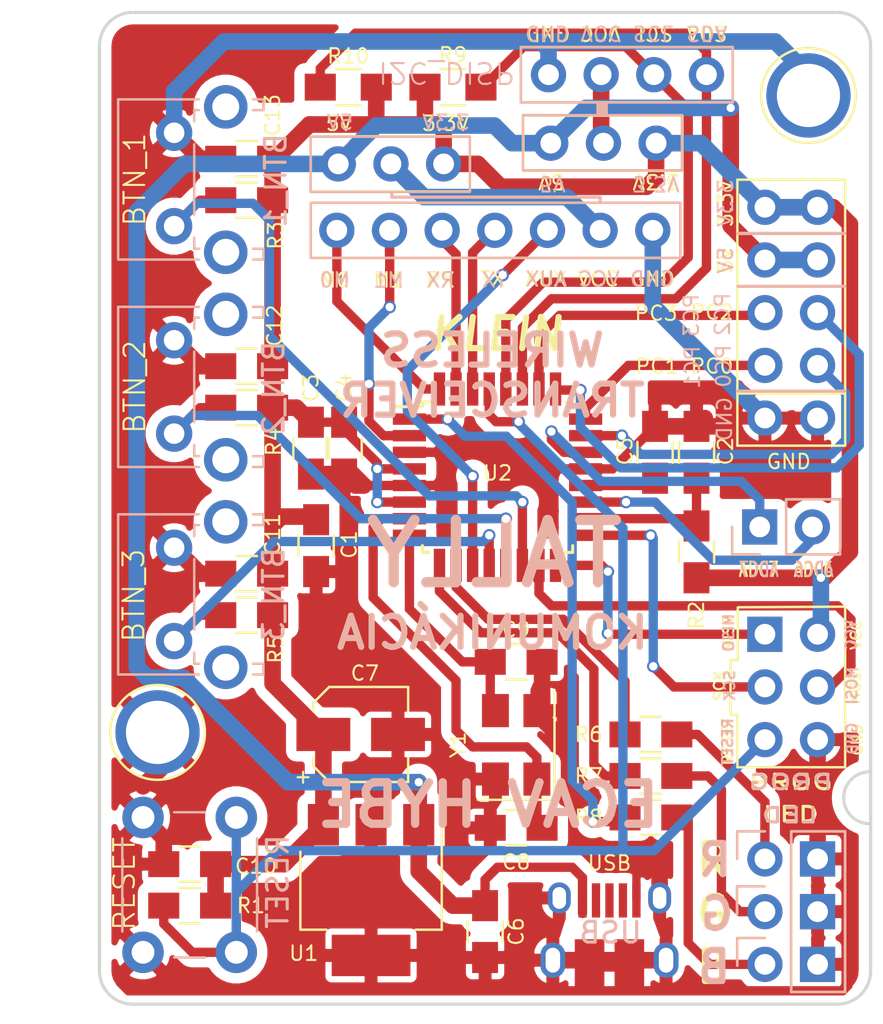
<source format=kicad_pcb>
(kicad_pcb (version 4) (host pcbnew 4.0.7)
  (layers (0 F.Cu signal) (31 B.Cu signal) (34 B.Paste user hide) (35 F.Paste user hide) (36 B.SilkS user) (37 F.SilkS user hide) (38 B.Mask user) (39 F.Mask user hide) (44 Edge.Cuts user))
  (net 0 "")
  (net 1 +3V3)
  (net 2 GND)
  (net 3 "Net-(C2-Pad2)")
  (net 4 "Net-(C5-Pad2)")
  (net 5 +5V)
  (net 6 "Net-(C8-Pad1)")
  (net 7 "Net-(C9-Pad1)")
  (net 8 "Net-(J1-Pad2)")
  (net 9 "Net-(J1-Pad3)")
  (net 10 "Net-(J1-Pad4)")
  (net 11 "Net-(J2-Pad1)")
  (net 12 "Net-(J2-Pad2)")
  (net 13 "Net-(J3-Pad1)")
  (net 14 "Net-(J3-Pad3)")
  (net 15 "Net-(J3-Pad4)")
  (net 16 RESET)
  (net 17 PC0)
  (net 18 PC1)
  (net 19 PC2)
  (net 20 PC3)
  (net 21 "Net-(J5-Pad1)")
  (net 22 "Net-(J5-Pad3)")
  (net 23 "Net-(J5-Pad5)")
  (net 24 M0_LORA)
  (net 25 M1_LORA)
  (net 26 RX_LORA)
  (net 27 TX_LORA)
  (net 28 AUX_LORA)
  (net 29 "Net-(J6-Pad6)")
  (net 30 SDA)
  (net 31 SCL)
  (net 32 "Net-(J7-Pad3)")
  (net 33 BTN_1)
  (net 34 BTN_2)
  (net 35 BTN_3)
  (net 36 B_LED)
  (net 37 G_LED)
  (net 38 R_LED)
  (module Pin_Headers:Pin_Header_Straight_1x04_Pitch2.54mm (layer F.Cu) (at 113.68 84.2 270)
    (fp_text reference J7 hide)
    (fp_text value DISPLAY_I2C)
    (pad 1 thru_hole circle (at 0 0 270) (size 1.7 1.7) (drill 1) (layers *.Cu *.Mask) (net 30 SDA))
    (pad 2 thru_hole oval (at 0 2.54 270) (size 1.7 1.7) (drill 1) (layers *.Cu *.Mask) (net 31 SCL))
    (pad 3 thru_hole oval (at 0 5.08 270) (size 1.7 1.7) (drill 1) (layers *.Cu *.Mask) (net 32 "Net-(J7-Pad3)"))
    (pad 4 thru_hole oval (at 0 7.62 270) (size 1.7 1.7) (drill 1) (layers *.Cu *.Mask) (net 2 GND))
  )
  (module Pin_Headers:Pin_Header_Straight_1x02_Pitch2.54mm (layer F.Cu) (at 116.25 106 90)
    (fp_text reference J2 hide)
    (fp_text value Analog_only)
    (pad 1 thru_hole rect (at 0 0 90) (size 1.7 1.7) (drill 1) (layers *.Cu *.Mask) (net 11 "Net-(J2-Pad1)"))
    (pad 2 thru_hole oval (at 0 2.54 90) (size 1.7 1.7) (drill 1) (layers *.Cu *.Mask) (net 12 "Net-(J2-Pad2)"))
  )
  (module Pin_Headers:Pin_Header_Straight_2x03_Pitch2.54mm (layer F.Cu) (at 116.5 122)
    (fp_text reference J5 hide)
    (fp_text value LEDS)
    (pad 1 thru_hole circle (at 0 0) (size 1.7 1.7) (drill 1) (layers *.Cu *.Mask) (net 21 "Net-(J5-Pad1)"))
    (pad 2 thru_hole rect (at 2.54 0) (size 1.7 1.7) (drill 1) (layers *.Cu *.Mask) (net 2 GND))
    (pad 3 thru_hole oval (at 0 2.54) (size 1.7 1.7) (drill 1) (layers *.Cu *.Mask) (net 22 "Net-(J5-Pad3)"))
    (pad 4 thru_hole rect (at 2.54 2.54) (size 1.7 1.7) (drill 1) (layers *.Cu *.Mask) (net 2 GND))
    (pad 5 thru_hole oval (at 0 5.08) (size 1.7 1.7) (drill 1) (layers *.Cu *.Mask) (net 23 "Net-(J5-Pad5)"))
    (pad 6 thru_hole rect (at 2.54 5.08) (size 1.7 1.7) (drill 1) (layers *.Cu *.Mask) (net 2 GND))
  )
  (module Pin_Headers:Pin_Header_Straight_1x03_Pitch2.54mm (layer F.Cu) (at 111.25 87.5 270)
    (fp_text reference JP2 hide)
    (fp_text value Jumper)
    (pad 1 thru_hole circle (at 0 0 270) (size 1.7 1.7) (drill 1) (layers *.Cu *.Mask) (net 1 +3V3))
    (pad 2 thru_hole oval (at 0 2.54 270) (size 1.7 1.7) (drill 1) (layers *.Cu *.Mask) (net 32 "Net-(J7-Pad3)"))
    (pad 3 thru_hole oval (at 0 5.08 270) (size 1.7 1.7) (drill 1) (layers *.Cu *.Mask) (net 5 +5V))
  )
  (module Pin_Headers:Pin_Header_Straight_1x03_Pitch2.54mm (layer F.Cu) (at 101 88.5 270)
    (fp_text reference JP1 hide)
    (fp_text value Jumper)
    (pad 1 thru_hole circle (at 0 0 270) (size 1.7 1.7) (drill 1) (layers *.Cu *.Mask) (net 1 +3V3))
    (pad 2 thru_hole oval (at 0 2.54 270) (size 1.7 1.7) (drill 1) (layers *.Cu *.Mask) (net 29 "Net-(J6-Pad6)"))
    (pad 3 thru_hole oval (at 0 5.08 270) (size 1.7 1.7) (drill 1) (layers *.Cu *.Mask) (net 5 +5V))
  )
  (module Pin_Headers:Pin_Header_Straight_2x03_Pitch2.54mm (layer F.Cu) (at 116.5 111.17)
    (fp_text reference J3 hide)
    (fp_text value PROG)
    (pad 1 thru_hole rect (at 0 0) (size 1.7 1.7) (drill 1) (layers *.Cu *.Mask) (net 13 "Net-(J3-Pad1)"))
    (pad 2 thru_hole oval (at 2.54 0) (size 1.7 1.7) (drill 1) (layers *.Cu *.Mask) (net 1 +3V3))
    (pad 3 thru_hole oval (at 0 2.54) (size 1.7 1.7) (drill 1) (layers *.Cu *.Mask) (net 14 "Net-(J3-Pad3)"))
    (pad 4 thru_hole oval (at 2.54 2.54) (size 1.7 1.7) (drill 1) (layers *.Cu *.Mask) (net 15 "Net-(J3-Pad4)"))
    (pad 5 thru_hole oval (at 0 5.08) (size 1.7 1.7) (drill 1) (layers *.Cu *.Mask) (net 16 RESET))
    (pad 6 thru_hole oval (at 2.54 5.08) (size 1.7 1.7) (drill 1) (layers *.Cu *.Mask) (net 2 GND))
  )
  (module Pin_Headers:Pin_Header_Straight_2x05_Pitch2.54mm (layer F.Cu) (at 116.5 90.59)
    (fp_text reference J4 hide)
    (fp_text value EXT)
    (pad 1 thru_hole circle (at 0 0) (size 1.7 1.7) (drill 1) (layers *.Cu *.Mask) (net 1 +3V3))
    (pad 2 thru_hole oval (at 2.54 0) (size 1.7 1.7) (drill 1) (layers *.Cu *.Mask) (net 1 +3V3))
    (pad 3 thru_hole oval (at 0 2.54) (size 1.7 1.7) (drill 1) (layers *.Cu *.Mask) (net 5 +5V))
    (pad 4 thru_hole oval (at 2.54 2.54) (size 1.7 1.7) (drill 1) (layers *.Cu *.Mask) (net 5 +5V))
    (pad 5 thru_hole oval (at 0 5.08) (size 1.7 1.7) (drill 1) (layers *.Cu *.Mask) (net 20 PC3))
    (pad 6 thru_hole oval (at 2.54 5.08) (size 1.7 1.7) (drill 1) (layers *.Cu *.Mask) (net 19 PC2))
    (pad 7 thru_hole oval (at 0 7.62) (size 1.7 1.7) (drill 1) (layers *.Cu *.Mask) (net 18 PC1))
    (pad 8 thru_hole oval (at 2.54 7.62) (size 1.7 1.7) (drill 1) (layers *.Cu *.Mask) (net 17 PC0))
    (pad 9 thru_hole oval (at 0 10.16) (size 1.7 1.7) (drill 1) (layers *.Cu *.Mask) (net 2 GND))
    (pad 10 thru_hole oval (at 2.54 10.16) (size 1.7 1.7) (drill 1) (layers *.Cu *.Mask) (net 2 GND))
  )
  (module Pin_Headers:Pin_Header_Straight_1x07_Pitch2.54mm (layer B.Cu) (at 95.85 91.7 270)
    (fp_text reference J6 hide)
    (fp_text value "LoRa - RFM")
    (pad 1 thru_hole circle (at 0 0 270) (size 1.7 1.7) (drill 1) (layers *.Cu *.Mask) (net 24 M0_LORA))
    (pad 2 thru_hole oval (at 0 -2.54 270) (size 1.7 1.7) (drill 1) (layers *.Cu *.Mask) (net 25 M1_LORA))
    (pad 3 thru_hole oval (at 0 -5.08 270) (size 1.7 1.7) (drill 1) (layers *.Cu *.Mask) (net 26 RX_LORA))
    (pad 4 thru_hole oval (at 0 -7.62 270) (size 1.7 1.7) (drill 1) (layers *.Cu *.Mask) (net 27 TX_LORA))
    (pad 5 thru_hole oval (at 0 -10.16 270) (size 1.7 1.7) (drill 1) (layers *.Cu *.Mask) (net 28 AUX_LORA))
    (pad 6 thru_hole oval (at 0 -12.7 270) (size 1.7 1.7) (drill 1) (layers *.Cu *.Mask) (net 29 "Net-(J6-Pad6)"))
    (pad 7 thru_hole oval (at 0 -15.24 270) (size 1.7 1.7) (drill 1) (layers *.Cu *.Mask) (net 2 GND))
  )
  (module Connectors:USB_Micro-B_10103594-0001LF (layer F.Cu) (at 109 125.5)
    (fp_text reference J1 hide)
    (fp_text value USB_OTG)
    (pad 1 smd rect (at -1.3 -1.5 90) (size 1.65 0.4) (layers F.Cu F.Paste F.Mask) (net 5 +5V))
    (pad 2 smd rect (at -0.65 -1.5 90) (size 1.65 0.4) (layers F.Cu F.Paste F.Mask) (net 8 "Net-(J1-Pad2)"))
    (pad 3 smd rect (at 0 -1.5 90) (size 1.65 0.4) (layers F.Cu F.Paste F.Mask) (net 9 "Net-(J1-Pad3)"))
    (pad 4 smd rect (at 0.65 -1.5 90) (size 1.65 0.4) (layers F.Cu F.Paste F.Mask) (net 10 "Net-(J1-Pad4)"))
    (pad 5 smd rect (at 1.3 -1.5 90) (size 1.65 0.4) (layers F.Cu F.Paste F.Mask) (net 2 GND))
    (pad 6 thru_hole oval (at -2.42 -1.62 90) (size 1.5 1.1) (drill oval 1.05 0.65) (layers *.Cu *.Mask) (net 2 GND))
    (pad 6 thru_hole oval (at 2.42 -1.62 90) (size 1.5 1.1) (drill oval 1.05 0.65) (layers *.Cu *.Mask) (net 2 GND))
    (pad 6 thru_hole oval (at -2.73 1.38 90) (size 1.7 1.2) (drill oval 1.2 0.7) (layers *.Cu *.Mask) (net 2 GND))
    (pad 6 thru_hole oval (at 2.73 1.38 90) (size 1.7 1.2) (drill oval 1.2 0.7) (layers *.Cu *.Mask) (net 2 GND))
    (pad 6 smd rect (at -0.96 1.62 90) (size 2.5 1.43) (layers F.Cu F.Paste F.Mask) (net 2 GND))
    (pad 6 smd rect (at 0.96 1.62 90) (size 2.5 1.43) (layers F.Cu F.Paste F.Mask) (net 2 GND))
  )
  (module Buttons_Switches_THT:SW_Tactile_SPST_Angled_PTS645Vx83-2LFS (layer B.Cu) (at 88 97 270)
    (fp_text reference BTN_2 (at 2.3 -4.8 270) (layer B.SilkS) (effects (justify mirror)))
    (fp_text value SW_Push)
    (pad GND thru_hole circle (at 5.76 -2.49 270) (size 2.1 2.1) (drill 1.3) (layers *.Cu *.Mask))
    (pad 2 thru_hole circle (at 4.5 0 270) (size 1.75 1.75) (drill 0.99) (layers *.Cu *.Mask) (net 34 BTN_2))
    (pad 1 thru_hole circle (at 0 0 270) (size 1.75 1.75) (drill 0.99) (layers *.Cu *.Mask) (net 2 GND))
    (pad GND thru_hole circle (at -1.25 -2.49 270) (size 2.1 2.1) (drill 1.3) (layers *.Cu *.Mask))
  )
  (module Buttons_Switches_THT:SW_Tactile_SPST_Angled_PTS645Vx83-2LFS (layer B.Cu) (at 88 107 270)
    (fp_text reference BTN_3 (at 2.25 -4.8 270) (layer B.SilkS) (effects (justify mirror)))
    (fp_text value SW_Push)
    (pad GND thru_hole circle (at 5.76 -2.49 270) (size 2.1 2.1) (drill 1.3) (layers *.Cu *.Mask))
    (pad 2 thru_hole circle (at 4.5 0 270) (size 1.75 1.75) (drill 0.99) (layers *.Cu *.Mask) (net 35 BTN_3))
    (pad 1 thru_hole circle (at 0 0 270) (size 1.75 1.75) (drill 0.99) (layers *.Cu *.Mask) (net 2 GND))
    (pad GND thru_hole circle (at -1.25 -2.49 270) (size 2.1 2.1) (drill 1.3) (layers *.Cu *.Mask))
  )
  (module Connectors:1pin (layer F.Cu) (at 87.2 115.9)
    (fp_text reference REF** hide)
    (fp_text value 1pin)
    (pad 1 thru_hole circle (at 0 0) (size 4.064 4.064) (drill 3.048) (layers *.Cu *.Mask) (net 2 GND))
  )
  (module Housings_QFP:TQFP-32_7x7mm_Pitch0.8mm (layer F.Cu) (at 103.6 103.6)
    (fp_text reference U2 (at 0 -0.2) (layer F.SilkS) (effects (font (size 0.7 0.7) (thickness 0.1))))
    (fp_text value ATMEGA328P-AU)
    (pad 1 smd rect (at -4.25 -2.8) (size 1.6 0.55) (layers F.Cu F.Paste F.Mask) (net 36 B_LED))
    (pad 2 smd rect (at -4.25 -2) (size 1.6 0.55) (layers F.Cu F.Paste F.Mask) (net 25 M1_LORA))
    (pad 3 smd rect (at -4.25 -1.2) (size 1.6 0.55) (layers F.Cu F.Paste F.Mask) (net 2 GND))
    (pad 4 smd rect (at -4.25 -0.4) (size 1.6 0.55) (layers F.Cu F.Paste F.Mask) (net 1 +3V3))
    (pad 5 smd rect (at -4.25 0.4) (size 1.6 0.55) (layers F.Cu F.Paste F.Mask) (net 2 GND))
    (pad 6 smd rect (at -4.25 1.2) (size 1.6 0.55) (layers F.Cu F.Paste F.Mask) (net 1 +3V3))
    (pad 7 smd rect (at -4.25 2) (size 1.6 0.55) (layers F.Cu F.Paste F.Mask) (net 6 "Net-(C8-Pad1)"))
    (pad 8 smd rect (at -4.25 2.8) (size 1.6 0.55) (layers F.Cu F.Paste F.Mask) (net 7 "Net-(C9-Pad1)"))
    (pad 9 smd rect (at -2.8 4.25 90) (size 1.6 0.55) (layers F.Cu F.Paste F.Mask) (net 37 G_LED))
    (pad 10 smd rect (at -2 4.25 90) (size 1.6 0.55) (layers F.Cu F.Paste F.Mask) (net 38 R_LED))
    (pad 11 smd rect (at -1.2 4.25 90) (size 1.6 0.55) (layers F.Cu F.Paste F.Mask) (net 28 AUX_LORA))
    (pad 12 smd rect (at -0.4 4.25 90) (size 1.6 0.55) (layers F.Cu F.Paste F.Mask) (net 35 BTN_3))
    (pad 13 smd rect (at 0.4 4.25 90) (size 1.6 0.55) (layers F.Cu F.Paste F.Mask) (net 34 BTN_2))
    (pad 14 smd rect (at 1.2 4.25 90) (size 1.6 0.55) (layers F.Cu F.Paste F.Mask) (net 33 BTN_1))
    (pad 15 smd rect (at 2 4.25 90) (size 1.6 0.55) (layers F.Cu F.Paste F.Mask) (net 15 "Net-(J3-Pad4)"))
    (pad 16 smd rect (at 2.8 4.25 90) (size 1.6 0.55) (layers F.Cu F.Paste F.Mask) (net 13 "Net-(J3-Pad1)"))
    (pad 17 smd rect (at 4.25 2.8) (size 1.6 0.55) (layers F.Cu F.Paste F.Mask) (net 14 "Net-(J3-Pad3)"))
    (pad 18 smd rect (at 4.25 2) (size 1.6 0.55) (layers F.Cu F.Paste F.Mask) (net 3 "Net-(C2-Pad2)"))
    (pad 19 smd rect (at 4.25 1.2) (size 1.6 0.55) (layers F.Cu F.Paste F.Mask) (net 12 "Net-(J2-Pad2)"))
    (pad 20 smd rect (at 4.25 0.4) (size 1.6 0.55) (layers F.Cu F.Paste F.Mask) (net 4 "Net-(C5-Pad2)"))
    (pad 21 smd rect (at 4.25 -0.4) (size 1.6 0.55) (layers F.Cu F.Paste F.Mask) (net 2 GND))
    (pad 22 smd rect (at 4.25 -1.2) (size 1.6 0.55) (layers F.Cu F.Paste F.Mask) (net 11 "Net-(J2-Pad1)"))
    (pad 23 smd rect (at 4.25 -2) (size 1.6 0.55) (layers F.Cu F.Paste F.Mask) (net 17 PC0))
    (pad 24 smd rect (at 4.25 -2.8) (size 1.6 0.55) (layers F.Cu F.Paste F.Mask) (net 18 PC1))
    (pad 25 smd rect (at 2.8 -4.25 90) (size 1.6 0.55) (layers F.Cu F.Paste F.Mask) (net 19 PC2))
    (pad 26 smd rect (at 2 -4.25 90) (size 1.6 0.55) (layers F.Cu F.Paste F.Mask) (net 20 PC3))
    (pad 27 smd rect (at 1.2 -4.25 90) (size 1.6 0.55) (layers F.Cu F.Paste F.Mask) (net 30 SDA))
    (pad 28 smd rect (at 0.4 -4.25 90) (size 1.6 0.55) (layers F.Cu F.Paste F.Mask) (net 31 SCL))
    (pad 29 smd rect (at -0.4 -4.25 90) (size 1.6 0.55) (layers F.Cu F.Paste F.Mask) (net 16 RESET))
    (pad 30 smd rect (at -1.2 -4.25 90) (size 1.6 0.55) (layers F.Cu F.Paste F.Mask) (net 27 TX_LORA))
    (pad 31 smd rect (at -2 -4.25 90) (size 1.6 0.55) (layers F.Cu F.Paste F.Mask) (net 26 RX_LORA))
    (pad 32 smd rect (at -2.8 -4.25 90) (size 1.6 0.55) (layers F.Cu F.Paste F.Mask) (net 24 M0_LORA))
  )
  (module Capacitors_SMD:C_0805_HandSoldering (layer F.Cu) (at 94.85 106.9 270)
    (fp_text reference C1 (at -0.05 -1.6 270) (layer F.SilkS) (effects (font (size 0.7 0.7) (thickness 0.1))))
    (fp_text value M1)
    (pad 1 smd rect (at -1.25 0 270) (size 1.5 1.25) (layers F.Cu F.Paste F.Mask) (net 1 +3V3))
    (pad 2 smd rect (at 1.25 0 270) (size 1.5 1.25) (layers F.Cu F.Paste F.Mask) (net 2 GND))
  )
  (module Capacitors_SMD:C_0805_HandSoldering (layer F.Cu) (at 113.2 102.4 270)
    (fp_text reference C2 (at -0.05 -1.4 270) (layer F.SilkS) (effects (font (size 0.7 0.7) (thickness 0.1))))
    (fp_text value M1)
    (pad 1 smd rect (at -1.25 0 270) (size 1.5 1.25) (layers F.Cu F.Paste F.Mask) (net 2 GND))
    (pad 2 smd rect (at 1.25 0 270) (size 1.5 1.25) (layers F.Cu F.Paste F.Mask) (net 3 "Net-(C2-Pad2)"))
  )
  (module Capacitors_SMD:C_0805_HandSoldering (layer F.Cu) (at 94.6 102.2 270)
    (fp_text reference C3 (at -2.9 0 270) (layer F.SilkS) (effects (font (size 0.7 0.7) (thickness 0.1))))
    (fp_text value 2M2)
    (pad 1 smd rect (at -1.25 0 270) (size 1.5 1.25) (layers F.Cu F.Paste F.Mask) (net 1 +3V3))
    (pad 2 smd rect (at 1.25 0 270) (size 1.5 1.25) (layers F.Cu F.Paste F.Mask) (net 2 GND))
  )
  (module Capacitors_SMD:C_0805_HandSoldering (layer F.Cu) (at 96.2 102.2 270)
    (fp_text reference C4 (at -2.9 0 270) (layer F.SilkS) (effects (font (size 0.7 0.7) (thickness 0.1))))
    (fp_text value M1)
    (pad 1 smd rect (at -1.25 0 270) (size 1.5 1.25) (layers F.Cu F.Paste F.Mask) (net 1 +3V3))
    (pad 2 smd rect (at 1.25 0 270) (size 1.5 1.25) (layers F.Cu F.Paste F.Mask) (net 2 GND))
  )
  (module Capacitors_SMD:C_0805_HandSoldering (layer F.Cu) (at 111.2 102.4 270)
    (fp_text reference C5 (at -0.05 1.45 270) (layer F.SilkS) (effects (font (size 0.7 0.7) (thickness 0.1))))
    (fp_text value M1)
    (pad 1 smd rect (at -1.25 0 270) (size 1.5 1.25) (layers F.Cu F.Paste F.Mask) (net 2 GND))
    (pad 2 smd rect (at 1.25 0 270) (size 1.5 1.25) (layers F.Cu F.Paste F.Mask) (net 4 "Net-(C5-Pad2)"))
  )
  (module Capacitors_SMD:C_0805_HandSoldering (layer F.Cu) (at 103 125.5 270)
    (fp_text reference C6 (at 0 -1.5 270) (layer F.SilkS) (effects (font (size 0.7 0.7) (thickness 0.1))))
    (fp_text value M1)
    (pad 1 smd rect (at -1.25 0 270) (size 1.5 1.25) (layers F.Cu F.Paste F.Mask) (net 5 +5V))
    (pad 2 smd rect (at 1.25 0 270) (size 1.5 1.25) (layers F.Cu F.Paste F.Mask) (net 2 GND))
  )
  (module Capacitors_SMD:CP_Elec_4x5.8 (layer F.Cu) (at 97 116)
    (fp_text reference C7 (at 0.2 -2.95) (layer F.SilkS) (effects (font (size 0.7 0.7) (thickness 0.1))))
    (fp_text value 22M)
    (fp_text user + (at -2.78 2.01) (layer F.SilkS) (effects (font (size 0.7 0.7) (thickness 0.1))))
    (pad 1 smd rect (at -1.8 0 180) (size 2.6 1.6) (layers F.Cu F.Paste F.Mask) (net 1 +3V3))
    (pad 2 smd rect (at 1.8 0 180) (size 2.6 1.6) (layers F.Cu F.Paste F.Mask) (net 2 GND))
  )
  (module Capacitors_SMD:C_0805_HandSoldering (layer F.Cu) (at 104.5 120.5 180)
    (fp_text reference C8 (at 0 -1.65 180) (layer F.SilkS) (effects (font (size 0.7 0.7) (thickness 0.1))))
    (fp_text value 18pF)
    (pad 1 smd rect (at -1.25 0 180) (size 1.5 1.25) (layers F.Cu F.Paste F.Mask) (net 6 "Net-(C8-Pad1)"))
    (pad 2 smd rect (at 1.25 0 180) (size 1.5 1.25) (layers F.Cu F.Paste F.Mask) (net 2 GND))
  )
  (module Capacitors_SMD:C_0805_HandSoldering (layer F.Cu) (at 104.5 112.5)
    (fp_text reference C9 (at 0 -1.55) (layer F.SilkS) (effects (font (size 0.7 0.7) (thickness 0.1))))
    (fp_text value 18pF)
    (pad 1 smd rect (at -1.25 0) (size 1.5 1.25) (layers F.Cu F.Paste F.Mask) (net 7 "Net-(C9-Pad1)"))
    (pad 2 smd rect (at 1.25 0) (size 1.5 1.25) (layers F.Cu F.Paste F.Mask) (net 2 GND))
  )
  (module Capacitors_SMD:C_0805_HandSoldering (layer F.Cu) (at 88.75 124.25)
    (fp_text reference R1 (at 2.95 0) (layer F.SilkS) (effects (font (size 0.7 0.7) (thickness 0.1))))
    (fp_text value R)
    (pad 1 smd rect (at -1.25 0) (size 1.5 1.25) (layers F.Cu F.Paste F.Mask) (net 16 RESET))
    (pad 2 smd rect (at 1.25 0) (size 1.5 1.25) (layers F.Cu F.Paste F.Mask) (net 1 +3V3))
  )
  (module Capacitors_SMD:C_0805_HandSoldering (layer F.Cu) (at 113.2 107.2 270)
    (fp_text reference R2 (at 3.05 0 270) (layer F.SilkS) (effects (font (size 0.7 0.7) (thickness 0.1))))
    (fp_text value 100R)
    (pad 1 smd rect (at -1.25 0 270) (size 1.5 1.25) (layers F.Cu F.Paste F.Mask) (net 3 "Net-(C2-Pad2)"))
    (pad 2 smd rect (at 1.25 0 270) (size 1.5 1.25) (layers F.Cu F.Paste F.Mask) (net 1 +3V3))
  )
  (module Capacitors_SMD:C_0805_HandSoldering (layer F.Cu) (at 91.5 90.25)
    (fp_text reference R3 (at 1.4 1.7 90) (layer F.SilkS) (effects (font (size 0.7 0.7) (thickness 0.1))))
    (fp_text value R)
    (pad 1 smd rect (at -1.25 0) (size 1.5 1.25) (layers F.Cu F.Paste F.Mask) (net 33 BTN_1))
    (pad 2 smd rect (at 1.25 0) (size 1.5 1.25) (layers F.Cu F.Paste F.Mask) (net 1 +3V3))
  )
  (module Capacitors_SMD:C_0805_HandSoldering (layer F.Cu) (at 91.5 100.25)
    (fp_text reference R4 (at 1.3 1.65 90) (layer F.SilkS) (effects (font (size 0.7 0.7) (thickness 0.1))))
    (fp_text value R)
    (pad 1 smd rect (at -1.25 0) (size 1.5 1.25) (layers F.Cu F.Paste F.Mask) (net 34 BTN_2))
    (pad 2 smd rect (at 1.25 0) (size 1.5 1.25) (layers F.Cu F.Paste F.Mask) (net 1 +3V3))
  )
  (module Capacitors_SMD:C_0805_HandSoldering (layer F.Cu) (at 91.5 110.25)
    (fp_text reference R5 (at 1.4 1.65 90) (layer F.SilkS) (effects (font (size 0.7 0.7) (thickness 0.1))))
    (fp_text value R)
    (pad 1 smd rect (at -1.25 0) (size 1.5 1.25) (layers F.Cu F.Paste F.Mask) (net 35 BTN_3))
    (pad 2 smd rect (at 1.25 0) (size 1.5 1.25) (layers F.Cu F.Paste F.Mask) (net 1 +3V3))
  )
  (module Capacitors_SMD:C_0805_HandSoldering (layer F.Cu) (at 111 116 180)
    (fp_text reference R6 (at 3 0 180) (layer F.SilkS) (effects (font (size 0.7 0.7) (thickness 0.1))))
    (fp_text value R)
    (pad 1 smd rect (at -1.25 0 180) (size 1.5 1.25) (layers F.Cu F.Paste F.Mask) (net 21 "Net-(J5-Pad1)"))
    (pad 2 smd rect (at 1.25 0 180) (size 1.5 1.25) (layers F.Cu F.Paste F.Mask) (net 38 R_LED))
  )
  (module Capacitors_SMD:C_0805_HandSoldering (layer F.Cu) (at 111 118 180)
    (fp_text reference R7 (at 3 0 180) (layer F.SilkS) (effects (font (size 0.7 0.7) (thickness 0.1))))
    (fp_text value R)
    (pad 1 smd rect (at -1.25 0 180) (size 1.5 1.25) (layers F.Cu F.Paste F.Mask) (net 22 "Net-(J5-Pad3)"))
    (pad 2 smd rect (at 1.25 0 180) (size 1.5 1.25) (layers F.Cu F.Paste F.Mask) (net 37 G_LED))
  )
  (module Capacitors_SMD:C_0805_HandSoldering (layer F.Cu) (at 111 120 180)
    (fp_text reference R8 (at 3 0 180) (layer F.SilkS) (effects (font (size 0.7 0.7) (thickness 0.1))))
    (fp_text value R)
    (pad 1 smd rect (at -1.25 0 180) (size 1.5 1.25) (layers F.Cu F.Paste F.Mask) (net 23 "Net-(J5-Pad5)"))
    (pad 2 smd rect (at 1.25 0 180) (size 1.5 1.25) (layers F.Cu F.Paste F.Mask) (net 36 B_LED))
  )
  (module Buttons_Switches_THT:SW_Tactile_SPST_Angled_PTS645Vx83-2LFS (layer B.Cu) (at 88 87 270)
    (fp_text reference BTN_1 (at 2.3 -4.9 270) (layer B.SilkS) (effects (justify mirror)))
    (fp_text value SW_Push)
    (pad "" thru_hole circle (at 5.76 -2.49 270) (size 2.1 2.1) (drill 1.3) (layers *.Cu *.Mask))
    (pad 2 thru_hole circle (at 4.5 0 270) (size 1.75 1.75) (drill 0.99) (layers *.Cu *.Mask) (net 33 BTN_1))
    (pad 1 thru_hole circle (at 0 0 270) (size 1.75 1.75) (drill 0.99) (layers *.Cu *.Mask) (net 2 GND))
    (pad "" thru_hole circle (at -1.25 -2.49 270) (size 2.1 2.1) (drill 1.3) (layers *.Cu *.Mask))
  )
  (module TO_SOT_Packages_SMD:SOT-223-3_TabPin2 (layer F.Cu) (at 97.5 123.5 270)
    (fp_text reference U1 (at 3.05 3.25 360) (layer F.SilkS) (effects (font (size 0.7 0.7) (thickness 0.1))))
    (fp_text value "SOT 233")
    (pad 2 smd rect (at 3.15 0 270) (size 2 3.8) (layers F.Cu F.Paste F.Mask) (net 2 GND))
    (pad 2 smd rect (at -3.15 0 270) (size 2 1.5) (layers F.Cu F.Paste F.Mask) (net 2 GND))
    (pad 3 smd rect (at -3.15 2.3 270) (size 2 1.5) (layers F.Cu F.Paste F.Mask) (net 1 +3V3))
    (pad 1 smd rect (at -3.15 -2.3 270) (size 2 1.5) (layers F.Cu F.Paste F.Mask) (net 5 +5V))
  )
  (module Crystals:Crystal_SMD_5032-4pin_5.0x3.2mm (layer F.Cu) (at 104.5 116.5 90)
    (fp_text reference Y1 (at 0 -2.8 90) (layer F.SilkS) (effects (font (size 0.7 0.7) (thickness 0.1))))
    (fp_text value Crystal_GND24)
    (pad 1 smd rect (at -1.65 1 90) (size 1.6 1.3) (layers F.Cu F.Paste F.Mask) (net 6 "Net-(C8-Pad1)"))
    (pad 2 smd rect (at 1.65 1 90) (size 1.6 1.3) (layers F.Cu F.Paste F.Mask) (net 2 GND))
    (pad 3 smd rect (at 1.65 -1 90) (size 1.6 1.3) (layers F.Cu F.Paste F.Mask) (net 7 "Net-(C9-Pad1)"))
    (pad 4 smd rect (at -1.65 -1 90) (size 1.6 1.3) (layers F.Cu F.Paste F.Mask) (net 2 GND))
  )
  (module Buttons_Switches_THT:SW_PUSH_6mm (layer B.Cu) (at 86.5 120 270)
    (fp_text reference RESET (at 3.1 -6.5 270) (layer B.SilkS) (effects (justify mirror)))
    (fp_text value RESET)
    (pad 2 thru_hole circle (at 0 -4.5 180) (size 2 2) (drill 1.1) (layers *.Cu *.Mask) (net 16 RESET))
    (pad 1 thru_hole circle (at 0 0 180) (size 2 2) (drill 1.1) (layers *.Cu *.Mask) (net 2 GND))
    (pad 2 thru_hole circle (at 6.5 -4.5 180) (size 2 2) (drill 1.1) (layers *.Cu *.Mask) (net 16 RESET))
    (pad 1 thru_hole circle (at 6.5 0 180) (size 2 2) (drill 1.1) (layers *.Cu *.Mask) (net 2 GND))
  )
  (module Capacitors_SMD:C_0805_HandSoldering (layer F.Cu) (at 88.75 122.25 180)
    (fp_text reference C10 (at -3.2 -0.1 180) (layer F.SilkS) (effects (font (size 0.7 0.7) (thickness 0.1))))
    (fp_text value M1)
    (pad 1 smd rect (at -1.25 0 180) (size 1.5 1.25) (layers F.Cu F.Paste F.Mask) (net 1 +3V3))
    (pad 2 smd rect (at 1.25 0 180) (size 1.5 1.25) (layers F.Cu F.Paste F.Mask) (net 2 GND))
  )
  (module Capacitors_SMD:C_0805_HandSoldering (layer F.Cu) (at 91.5 108.25 180)
    (fp_text reference C11 (at -1.25 1.9 270) (layer F.SilkS) (effects (font (size 0.7 0.7) (thickness 0.1))))
    (fp_text value M1)
    (pad 1 smd rect (at -1.25 0 180) (size 1.5 1.25) (layers F.Cu F.Paste F.Mask) (net 1 +3V3))
    (pad 2 smd rect (at 1.25 0 180) (size 1.5 1.25) (layers F.Cu F.Paste F.Mask) (net 2 GND))
  )
  (module Capacitors_SMD:C_0805_HandSoldering (layer F.Cu) (at 91.5 98.25 180)
    (fp_text reference C12 (at -1.35 1.95 270) (layer F.SilkS) (effects (font (size 0.7 0.7) (thickness 0.1))))
    (fp_text value M1)
    (pad 1 smd rect (at -1.25 0 180) (size 1.5 1.25) (layers F.Cu F.Paste F.Mask) (net 1 +3V3))
    (pad 2 smd rect (at 1.25 0 180) (size 1.5 1.25) (layers F.Cu F.Paste F.Mask) (net 2 GND))
  )
  (module Capacitors_SMD:C_0805_HandSoldering (layer F.Cu) (at 91.5 88.25 180)
    (fp_text reference C13 (at -1.25 2.1 270) (layer F.SilkS) (effects (font (size 0.7 0.7) (thickness 0.1))))
    (fp_text value M1)
    (pad 1 smd rect (at -1.25 0 180) (size 1.5 1.25) (layers F.Cu F.Paste F.Mask) (net 1 +3V3))
    (pad 2 smd rect (at 1.25 0 180) (size 1.5 1.25) (layers F.Cu F.Paste F.Mask) (net 2 GND))
  )
  (module Resistors_SMD:R_0805_HandSoldering (layer F.Cu) (at 101.45 84.8)
    (fp_text reference R9 (at 0 -1.55) (layer F.SilkS) (effects (font (size 0.7 0.7) (thickness 0.1))))
    (fp_text value R)
    (pad 1 smd rect (at -1.35 0) (size 1.5 1.3) (layers F.Cu F.Paste F.Mask) (net 1 +3V3))
    (pad 2 smd rect (at 1.35 0) (size 1.5 1.3) (layers F.Cu F.Paste F.Mask) (net 31 SCL))
  )
  (module Resistors_SMD:R_0805_HandSoldering (layer F.Cu) (at 96.4 84.8 180)
    (fp_text reference R10 (at 0 1.5 180) (layer F.SilkS) (effects (font (size 0.7 0.7) (thickness 0.1))))
    (fp_text value R)
    (pad 1 smd rect (at -1.35 0 180) (size 1.5 1.3) (layers F.Cu F.Paste F.Mask) (net 1 +3V3))
    (pad 2 smd rect (at 1.35 0 180) (size 1.5 1.3) (layers F.Cu F.Paste F.Mask) (net 30 SDA))
  )
  (module Connectors:1pin (layer F.Cu) (at 118.6 85.2)
    (fp_text reference REF** hide)
    (fp_text value 1pin)
    (pad 1 thru_hole circle (at 0 0) (size 4.064 4.064) (drill 3.048) (layers *.Cu *.Mask) (net 2 GND))
  )
  (gr_arc (start 121.55 119.05) (end 121.55 120.3) (angle 180) (layer Edge.Cuts) (width 0.15))
  (gr_line (start 108.55 90.1) (end 108.55 90.3) (layer B.SilkS) (width 0.15))
  (gr_line (start 98.5 90.1) (end 108.55 90.1) (layer B.SilkS) (width 0.15))
  (gr_line (start 98.5 89.85) (end 98.5 90.1) (layer B.SilkS) (width 0.15))
  (gr_line (start 108.55 90.1) (end 108.55 90.35) (layer F.SilkS) (width 0.15))
  (gr_line (start 98.5 90.1) (end 108.55 90.1) (layer F.SilkS) (width 0.15))
  (gr_line (start 98.5 89.85) (end 98.5 90.1) (layer F.SilkS) (width 0.15))
  (gr_text MOSI (at 120.85 113.65 90) (layer F.SilkS) (effects (font (size 0.5 0.5) (thickness 0.1))))
  (gr_arc (start 120 82.8) (end 120 81.2) (angle 88.09084757) (layer Edge.Cuts) (width 0.15))
  (gr_arc (start 86 82.8) (end 84.4 82.8) (angle 88.09084757) (layer Edge.Cuts) (width 0.15))
  (gr_arc (start 86 127.4) (end 86 129) (angle 88.09084757) (layer Edge.Cuts) (width 0.15))
  (gr_arc (start 120 127.4) (end 121.6 127.4) (angle 88.09084757) (layer Edge.Cuts) (width 0.15))
  (gr_text I2C_DISP (at 101.15 84.1 180) (layer B.SilkS) (effects (font (size 1 1) (thickness 0.1)) (justify mirror)))
  (gr_text "WIRELESS\nTRANSCEIVER" (at 103.35 98.7) (layer B.SilkS) (effects (font (size 1.5 1.5) (thickness 0.3)) (justify mirror)))
  (gr_text KOMUNIKÁCIA (at 103.35 111.1) (layer B.SilkS) (effects (font (size 1.5 1.5) (thickness 0.3)) (justify mirror)))
  (gr_text TALLY (at 103.45 107.3) (layer B.SilkS) (effects (font (size 3 3) (thickness 0.5)) (justify mirror)))
  (gr_text "ECAV HYBE" (at 103.15 119.4) (layer B.SilkS) (effects (font (size 2 2) (thickness 0.4)) (justify mirror)))
  (gr_line (start 108.45 86.1) (end 108.45 85.6) (layer B.SilkS) (width 0.15))
  (gr_line (start 108.55 85.6) (end 108.45 86.1) (layer B.SilkS) (width 0.15))
  (gr_line (start 108.55 86.1) (end 108.55 85.6) (layer B.SilkS) (width 0.15))
  (gr_line (start 108.65 85.6) (end 108.55 86.1) (layer B.SilkS) (width 0.15))
  (gr_line (start 108.7 86.1) (end 108.65 85.6) (layer B.SilkS) (width 0.15))
  (gr_line (start 108.75 85.6) (end 108.7 86.1) (layer B.SilkS) (width 0.15))
  (gr_line (start 108.85 86.1) (end 108.75 85.6) (layer B.SilkS) (width 0.15))
  (gr_line (start 108.85 85.55) (end 108.85 86.1) (layer B.SilkS) (width 0.15))
  (gr_text "PC3\n" (at 112.95 95.8 90) (layer B.SilkS) (effects (font (size 0.7 0.7) (thickness 0.1)) (justify mirror)))
  (gr_text PC2 (at 114.45 95.75 90) (layer B.SilkS) (effects (font (size 0.7 0.7) (thickness 0.1)) (justify mirror)))
  (gr_text "PC1\n" (at 113 98.3 90) (layer B.SilkS) (effects (font (size 0.7 0.7) (thickness 0.1)) (justify mirror)))
  (gr_text PC0 (at 114.5 98.25 90) (layer B.SilkS) (effects (font (size 0.7 0.7) (thickness 0.1)) (justify mirror)))
  (gr_line (start 115.2 99.45) (end 120.35 99.45) (layer B.SilkS) (width 0.15))
  (gr_text "GND\n" (at 114.55 100.8 90) (layer B.SilkS) (effects (font (size 0.7 0.7) (thickness 0.1)) (justify mirror)))
  (gr_text "3.3V\n" (at 114.6 90.4 90) (layer B.SilkS) (effects (font (size 0.7 0.7) (thickness 0.1)) (justify mirror)))
  (gr_text 5V (at 114.6 93.15 90) (layer B.SilkS) (effects (font (size 0.7 0.7) (thickness 0.1)) (justify mirror)))
  (gr_line (start 115.2 94.4) (end 120.35 94.4) (layer B.SilkS) (width 0.15))
  (gr_line (start 115.2 91.85) (end 120.35 91.85) (layer B.SilkS) (width 0.15))
  (gr_text "GND\n" (at 111.05 94.05) (layer B.SilkS) (effects (font (size 0.7 0.7) (thickness 0.1)) (justify mirror)))
  (gr_text VCC (at 108.5 94.05) (layer B.SilkS) (effects (font (size 0.7 0.7) (thickness 0.1)) (justify mirror)))
  (gr_text AUX (at 105.95 94.05) (layer B.SilkS) (effects (font (size 0.7 0.7) (thickness 0.1)) (justify mirror)))
  (gr_text TX (at 103.45 94.1) (layer B.SilkS) (effects (font (size 0.7 0.7) (thickness 0.1)) (justify mirror)))
  (gr_text RX (at 100.85 94.1) (layer B.SilkS) (effects (font (size 0.7 0.7) (thickness 0.1)) (justify mirror)))
  (gr_text M1 (at 98.35 94.1) (layer B.SilkS) (effects (font (size 0.7 0.7) (thickness 0.1)) (justify mirror)))
  (gr_text M0 (at 95.75 94.1) (layer B.SilkS) (effects (font (size 0.7 0.7) (thickness 0.1)) (justify mirror)))
  (gr_text "3.3V\n" (at 111.25 89.45 180) (layer B.SilkS) (effects (font (size 0.7 0.7) (thickness 0.1)) (justify mirror)))
  (gr_text 5V (at 106.25 89.45 180) (layer B.SilkS) (effects (font (size 0.7 0.7) (thickness 0.1)) (justify mirror)))
  (gr_text SDA (at 113.7 82.2 180) (layer B.SilkS) (effects (font (size 0.7 0.7) (thickness 0.1)) (justify mirror)))
  (gr_text SCL (at 111.1 82.2 180) (layer B.SilkS) (effects (font (size 0.7 0.7) (thickness 0.1)) (justify mirror)))
  (gr_text VCC (at 108.55 82.2 180) (layer F.SilkS) (effects (font (size 0.7 0.7) (thickness 0.1))))
  (gr_text GND (at 106 82.2 180) (layer B.SilkS) (effects (font (size 0.7 0.7) (thickness 0.1)) (justify mirror)))
  (gr_text "3.3V\n" (at 101.1 86.5) (layer B.SilkS) (effects (font (size 0.7 0.7) (thickness 0.1)) (justify mirror)))
  (gr_text 5V (at 96 86.5) (layer B.SilkS) (effects (font (size 0.7 0.7) (thickness 0.1)) (justify mirror)))
  (gr_text "ADC6\n" (at 118.85 108.05) (layer B.SilkS) (effects (font (size 0.7 0.5) (thickness 0.1)) (justify mirror)))
  (gr_text ADC7 (at 116.2 108.05) (layer B.SilkS) (effects (font (size 0.7 0.5) (thickness 0.1)) (justify mirror)))
  (gr_text VCC (at 120.65 111.2 90) (layer B.SilkS) (effects (font (size 0.5 0.5) (thickness 0.1)) (justify mirror)))
  (gr_text GND (at 120.7 116.2 90) (layer B.SilkS) (effects (font (size 0.5 0.5) (thickness 0.1)) (justify mirror)))
  (gr_text "PROG\n" (at 117.75 118.3) (layer B.SilkS) (effects (font (size 0.7 1)) (justify mirror)))
  (gr_text SCK (at 114.8 113.65 90) (layer B.SilkS) (effects (font (size 0.5 0.5) (thickness 0.1)) (justify mirror)))
  (gr_text RESET (at 114.7 116.35 90) (layer B.SilkS) (effects (font (size 0.5 0.5) (thickness 0.1)) (justify mirror)))
  (gr_text MISO (at 114.75 111.1 90) (layer B.SilkS) (effects (font (size 0.5 0.5) (thickness 0.1)) (justify mirror)))
  (gr_text LED (at 117.7 119.9) (layer B.SilkS) (effects (font (size 0.7 1)) (justify mirror)))
  (gr_text B (at 114.05 127.2) (layer B.SilkS) (effects (font (size 1.5 1.5) (thickness 0.3)) (justify mirror)))
  (gr_text G (at 114.2 124.65) (layer B.SilkS) (effects (font (size 1.5 1.5) (thickness 0.3)) (justify mirror)))
  (gr_text R (at 114.1 122.05) (layer B.SilkS) (effects (font (size 1.5 1.5) (thickness 0.3)) (justify mirror)))
  (gr_text USB (at 109.05 125.55) (layer B.SilkS) (effects (font (size 1 1)) (justify mirror)))
  (gr_text KLEIN (at 103.55 96.7) (layer F.SilkS) (effects (font (size 1.5 1.5) (thickness 0.3) italic)))
  (gr_text RESET (at 85.6 123.2 90) (layer F.SilkS) (effects (font (size 1 1) (thickness 0.1))))
  (gr_text BTN_1 (at 86.1 89.25 90) (layer F.SilkS) (effects (font (size 1 1) (thickness 0.1))))
  (gr_text BTN_2 (at 86.1 99.25 90) (layer F.SilkS) (effects (font (size 1 1) (thickness 0.1))))
  (gr_text BTN_3 (at 86.05 109.3 90) (layer F.SilkS) (effects (font (size 1 1) (thickness 0.1))))
  (gr_text "PROG\n" (at 117.75 118.3) (layer F.SilkS) (effects (font (size 0.7 1))))
  (gr_text LED (at 117.75 119.85) (layer F.SilkS) (effects (font (size 0.7 1))))
  (gr_text USB (at 109 122.2) (layer F.SilkS) (effects (font (size 0.7 0.7) (thickness 0.1))))
  (gr_text B (at 114 127.2) (layer F.SilkS) (effects (font (size 1.5 1.5) (thickness 0.3))))
  (gr_text G (at 114 124.6) (layer F.SilkS) (effects (font (size 1.5 1.5) (thickness 0.3))))
  (gr_text R (at 114 122.05) (layer F.SilkS) (effects (font (size 1.5 1.5) (thickness 0.3))))
  (gr_text MOSI (at 120.7 113.65 90) (layer B.SilkS) (effects (font (size 0.5 0.5) (thickness 0.1)) (justify mirror)))
  (gr_text SCK (at 114.3 113.65 90) (layer F.SilkS) (effects (font (size 0.5 0.5) (thickness 0.1))))
  (gr_text VCC (at 120.9 111.2 90) (layer F.SilkS) (effects (font (size 0.5 0.5) (thickness 0.1))))
  (gr_text MISO (at 114.75 111.1 90) (layer F.SilkS) (effects (font (size 0.5 0.5) (thickness 0.1))))
  (gr_text RESET (at 114.7 116.35 90) (layer F.SilkS) (effects (font (size 0.5 0.5) (thickness 0.1))))
  (gr_text GND (at 120.95 116.25 90) (layer F.SilkS) (effects (font (size 0.5 0.5) (thickness 0.1))))
  (gr_text "ADC6\n" (at 118.85 108.05) (layer F.SilkS) (effects (font (size 0.7 0.5) (thickness 0.1))))
  (gr_text ADC7 (at 116.2 108.05) (layer F.SilkS) (effects (font (size 0.7 0.5) (thickness 0.1))))
  (gr_line (start 115.2 91.85) (end 120.35 91.85) (layer F.SilkS) (width 0.15))
  (gr_line (start 115.2 94.4) (end 120.35 94.4) (layer F.SilkS) (width 0.15))
  (gr_line (start 115.2 99.55) (end 120.35 99.55) (layer F.SilkS) (width 0.15))
  (gr_text "GND\n" (at 117.65 102.85) (layer F.SilkS) (effects (font (size 0.7 0.7) (thickness 0.1))))
  (gr_text "PC1\n" (at 111.3 98.25) (layer F.SilkS) (effects (font (size 0.7 0.7) (thickness 0.1))))
  (gr_text PC0 (at 113.95 98.25) (layer F.SilkS) (effects (font (size 0.7 0.7) (thickness 0.1))))
  (gr_text PC3 (at 111.25 95.7) (layer F.SilkS) (effects (font (size 0.7 0.7) (thickness 0.1))))
  (gr_text PC2 (at 113.95 95.65) (layer F.SilkS) (effects (font (size 0.7 0.7) (thickness 0.1))))
  (gr_text 5V (at 114.6 93.15 90) (layer F.SilkS) (effects (font (size 0.7 0.7) (thickness 0.1))))
  (gr_text "3.3V\n" (at 114.6 90.4 90) (layer F.SilkS) (effects (font (size 0.7 0.7) (thickness 0.1))))
  (gr_text RX (at 100.85 94.1) (layer F.SilkS) (effects (font (size 0.7 0.7) (thickness 0.1))))
  (gr_text M0 (at 95.75 94.1) (layer F.SilkS) (effects (font (size 0.7 0.7) (thickness 0.1))))
  (gr_text "M1\n" (at 98.35 94.1) (layer F.SilkS) (effects (font (size 0.7 0.7) (thickness 0.1))))
  (gr_text GND (at 111.1 94.05) (layer F.SilkS) (effects (font (size 0.7 0.7) (thickness 0.1))))
  (gr_text VCC (at 108.45 94.05) (layer F.SilkS) (effects (font (size 0.7 0.7) (thickness 0.1))))
  (gr_text TX (at 103.35 94.05) (layer F.SilkS) (effects (font (size 0.7 0.7) (thickness 0.1))))
  (gr_text AUX (at 105.95 94.05) (layer F.SilkS) (effects (font (size 0.7 0.7) (thickness 0.1))))
  (gr_text "3.3V\n" (at 101.1 86.55) (layer F.SilkS) (effects (font (size 0.7 0.7) (thickness 0.1))))
  (gr_text 5V (at 95.95 86.55) (layer F.SilkS) (effects (font (size 0.7 0.7) (thickness 0.1))))
  (gr_text 5V (at 106.2 89.35 180) (layer F.SilkS) (effects (font (size 0.7 0.7) (thickness 0.1))))
  (gr_text "3.3V\n" (at 111.25 89.35 180) (layer F.SilkS) (effects (font (size 0.7 0.7) (thickness 0.1))))
  (gr_text GND (at 106.05 82.2 180) (layer F.SilkS) (effects (font (size 0.7 0.7) (thickness 0.1))))
  (gr_text "VCC\n" (at 108.6 82.2 180) (layer B.SilkS) (effects (font (size 0.7 0.7) (thickness 0.1)) (justify mirror)))
  (gr_text SCL (at 111.1 82.2 180) (layer F.SilkS) (effects (font (size 0.7 0.7) (thickness 0.1))))
  (gr_text SDA (at 113.7 82.2 180) (layer F.SilkS) (effects (font (size 0.7 0.7) (thickness 0.1))))
  (gr_line (start 108.45 85.55) (end 108.45 86.1) (layer F.SilkS) (width 0.15))
  (gr_line (start 108.75 86.1) (end 108.75 85.6) (layer F.SilkS) (width 0.15))
  (gr_line (start 108.55 85.6) (end 108.55 86.1) (layer F.SilkS) (width 0.15))
  (gr_line (start 108.65 86.1) (end 108.55 85.6) (layer F.SilkS) (width 0.15))
  (gr_line (start 108.65 85.55) (end 108.65 86.1) (layer F.SilkS) (width 0.15))
  (gr_line (start 120.1 129) (end 86 129) (layer Edge.Cuts) (width 0.15))
  (gr_line (start 121.6 82.799889) (end 121.6 127.5) (layer Edge.Cuts) (width 0.15))
  (gr_line (start 86.05 81.2) (end 119.9 81.2) (layer Edge.Cuts) (width 0.15))
  (gr_line (start 84.4 127.4) (end 84.4 82.85) (layer Edge.Cuts) (width 0.15))
  (segment (start 116.5 90.59) (end 119.04 90.59) (width 0.8) (layer B.Cu) (net 1))
  (segment (start 99.35 103.2) (end 97.8 103.2) (width 0.45) (layer F.Cu) (net 1))
  (segment (start 97.8 103.2) (end 97.8 102.909998) (width 0.45) (layer F.Cu) (net 1))
  (segment (start 97.8 102.909998) (end 96.2 101.309998) (width 0.45) (layer F.Cu) (net 1))
  (segment (start 96.2 101.309998) (end 96.2 100.95) (width 0.45) (layer F.Cu) (net 1))
  (via (at 97.8 103.2) (size 0.6) (drill 0.4) (layers F.Cu B.Cu) (net 1))
  (segment (start 97.8 104.8) (end 97.8 103.2) (width 0.45) (layer B.Cu) (net 1))
  (segment (start 98.1 104.8) (end 97.8 104.8) (width 0.45) (layer F.Cu) (net 1))
  (via (at 97.8 104.8) (size 0.6) (drill 0.4) (layers F.Cu B.Cu) (net 1))
  (segment (start 99.35 104.8) (end 98.1 104.8) (width 0.45) (layer F.Cu) (net 1))
  (segment (start 92.75 100.25) (end 93.9 100.25) (width 0.8) (layer F.Cu) (net 1))
  (segment (start 93.9 100.25) (end 94.6 100.95) (width 0.8) (layer F.Cu) (net 1))
  (segment (start 96.2 100.95) (end 94.6 100.95) (width 0.45) (layer F.Cu) (net 1))
  (segment (start 92.75 100.25) (end 92.75 105.925) (width 0.8) (layer F.Cu) (net 1))
  (segment (start 92.75 100.25) (end 92.75 100.55) (width 0.8) (layer F.Cu) (net 1))
  (segment (start 111.25 87.5) (end 113.41 87.5) (width 0.8) (layer B.Cu) (net 1))
  (segment (start 113.41 87.5) (end 116.5 90.59) (width 0.8) (layer B.Cu) (net 1))
  (segment (start 113.2 108.45) (end 119.2 108.45) (width 0.8) (layer F.Cu) (net 1))
  (segment (start 90 122.25) (end 93.3 122.25) (width 0.8) (layer F.Cu) (net 1))
  (segment (start 93.3 122.25) (end 95.2 120.35) (width 0.8) (layer F.Cu) (net 1))
  (segment (start 90 124.25) (end 90 122.25) (width 0.8) (layer F.Cu) (net 1))
  (segment (start 95.2 116) (end 95.2 120.35) (width 0.8) (layer F.Cu) (net 1))
  (segment (start 92.75 110.25) (end 92.75 113.55) (width 0.8) (layer F.Cu) (net 1))
  (segment (start 92.75 113.55) (end 95.2 116) (width 0.8) (layer F.Cu) (net 1))
  (segment (start 92.75 108.25) (end 92.75 110.25) (width 0.8) (layer F.Cu) (net 1))
  (segment (start 94.6 105.5) (end 93.175 105.5) (width 0.8) (layer F.Cu) (net 1))
  (segment (start 93.175 105.5) (end 92.75 105.925) (width 0.8) (layer F.Cu) (net 1))
  (segment (start 92.75 105.925) (end 92.75 108.25) (width 0.8) (layer F.Cu) (net 1))
  (segment (start 92.75 98.25) (end 92.75 100.25) (width 0.8) (layer F.Cu) (net 1))
  (segment (start 92.75 90.25) (end 92.75 98.25) (width 0.8) (layer F.Cu) (net 1))
  (segment (start 103.75 89.6) (end 110.8 89.6) (width 0.8) (layer F.Cu) (net 1))
  (segment (start 110.8 89.6) (end 111.25 89.15) (width 0.8) (layer F.Cu) (net 1))
  (segment (start 111.25 89.15) (end 111.25 87.5) (width 0.8) (layer F.Cu) (net 1))
  (segment (start 101 88.5) (end 102.65 88.5) (width 0.8) (layer F.Cu) (net 1))
  (segment (start 102.65 88.5) (end 103.75 89.6) (width 0.8) (layer F.Cu) (net 1))
  (segment (start 94.525 86.6) (end 97.8 86.6) (width 0.8) (layer F.Cu) (net 1))
  (segment (start 97.8 86.6) (end 100 86.6) (width 0.8) (layer F.Cu) (net 1))
  (segment (start 97.75 84.8) (end 97.75 86.55) (width 0.8) (layer F.Cu) (net 1))
  (segment (start 97.75 86.55) (end 97.8 86.6) (width 0.8) (layer F.Cu) (net 1))
  (segment (start 100 86.6) (end 100.75 86.6) (width 0.8) (layer F.Cu) (net 1))
  (segment (start 100.1 84.8) (end 100.1 86.5) (width 0.8) (layer F.Cu) (net 1))
  (segment (start 100.1 86.5) (end 100 86.6) (width 0.8) (layer F.Cu) (net 1))
  (segment (start 100.75 86.6) (end 101 86.85) (width 0.8) (layer F.Cu) (net 1))
  (segment (start 101 86.85) (end 101 88.5) (width 0.8) (layer F.Cu) (net 1))
  (segment (start 92.75 88.25) (end 92.875 88.25) (width 0.8) (layer F.Cu) (net 1))
  (segment (start 92.875 88.25) (end 94.525 86.6) (width 0.8) (layer F.Cu) (net 1))
  (segment (start 92.75 88.25) (end 92.75 90.25) (width 0.8) (layer F.Cu) (net 1))
  (segment (start 119.2 108.45) (end 119.2 111.01) (width 0.8) (layer B.Cu) (net 1))
  (segment (start 119.2 111.01) (end 119.04 111.17) (width 0.8) (layer B.Cu) (net 1))
  (segment (start 119.35 108.45) (end 119.2 108.45) (width 0.8) (layer F.Cu) (net 1))
  (via (at 119.2 108.45) (size 0.6) (drill 0.4) (layers F.Cu B.Cu) (net 1))
  (segment (start 119.35 108.45) (end 120.6 107.2) (width 0.8) (layer F.Cu) (net 1))
  (segment (start 120.6 107.2) (end 120.6 91.4) (width 0.8) (layer F.Cu) (net 1))
  (segment (start 120.6 91.4) (end 119.79 90.59) (width 0.8) (layer F.Cu) (net 1))
  (segment (start 119.79 90.59) (end 119.04 90.59) (width 0.8) (layer F.Cu) (net 1))
  (segment (start 85.805001 128.355001) (end 85.4 127.95) (width 0.45) (layer F.Cu) (net 2))
  (segment (start 106.8 128.355001) (end 120.244999 128.355001) (width 0.45) (layer F.Cu) (net 2))
  (segment (start 106.445001 128.355001) (end 106.8 128.355001) (width 0.45) (layer F.Cu) (net 2))
  (segment (start 106.8 128.355001) (end 85.805001 128.355001) (width 0.45) (layer F.Cu) (net 2))
  (segment (start 106.27 126.88) (end 106.27 128.18) (width 0.45) (layer F.Cu) (net 2))
  (segment (start 106.27 128.18) (end 106.445001 128.355001) (width 0.45) (layer F.Cu) (net 2))
  (segment (start 120.244999 128.355001) (end 120.5 128.1) (width 0.45) (layer F.Cu) (net 2))
  (segment (start 120.34 127.08) (end 119.04 127.08) (width 0.45) (layer F.Cu) (net 2))
  (segment (start 120.5 128.1) (end 120.5 127.24) (width 0.45) (layer F.Cu) (net 2))
  (segment (start 120.5 127.24) (end 120.34 127.08) (width 0.45) (layer F.Cu) (net 2))
  (segment (start 111.09 91.7) (end 111.09 95.34) (width 0.8) (layer B.Cu) (net 2))
  (segment (start 111.09 95.34) (end 116.5 100.75) (width 0.8) (layer B.Cu) (net 2))
  (segment (start 105.675001 82.6) (end 106.8 82.6) (width 0.8) (layer B.Cu) (net 2))
  (segment (start 106.8 82.6) (end 117 82.6) (width 0.8) (layer B.Cu) (net 2))
  (segment (start 106.324999 82.6) (end 106.8 82.6) (width 0.8) (layer B.Cu) (net 2))
  (segment (start 90.4 82.6) (end 104.2 82.6) (width 0.8) (layer B.Cu) (net 2))
  (segment (start 104.2 82.6) (end 105.675001 82.6) (width 0.8) (layer B.Cu) (net 2))
  (segment (start 106.8 82.6) (end 104.2 82.6) (width 0.45) (layer B.Cu) (net 2))
  (segment (start 106 82.924999) (end 106.324999 82.6) (width 0.8) (layer B.Cu) (net 2))
  (segment (start 117 82.6) (end 118.6 84.2) (width 0.8) (layer B.Cu) (net 2))
  (segment (start 118.6 84.2) (end 118.6 85.2) (width 0.8) (layer B.Cu) (net 2))
  (segment (start 88 87) (end 88 85) (width 0.8) (layer B.Cu) (net 2))
  (segment (start 88 85) (end 90.4 82.6) (width 0.8) (layer B.Cu) (net 2))
  (segment (start 105.675001 82.6) (end 106 82.924999) (width 0.8) (layer B.Cu) (net 2))
  (segment (start 113.2 101.15) (end 114.95 101.15) (width 0.8) (layer F.Cu) (net 2))
  (segment (start 97.15 104) (end 96.75 104) (width 0.8) (layer F.Cu) (net 2))
  (segment (start 96.75 104) (end 96.2 103.45) (width 0.8) (layer F.Cu) (net 2))
  (segment (start 111.73 126.88) (end 111.73 127.13) (width 0.8) (layer F.Cu) (net 2))
  (segment (start 111.225 122.225) (end 111.42 122.42) (width 0.8) (layer F.Cu) (net 2))
  (segment (start 111.42 122.42) (end 111.42 123.88) (width 0.8) (layer F.Cu) (net 2))
  (segment (start 110.8 122.225) (end 111.225 122.225) (width 0.8) (layer F.Cu) (net 2))
  (segment (start 110.3 124) (end 110.3 122.725) (width 0.4) (layer F.Cu) (net 2))
  (segment (start 106.6 116.1) (end 106.6 116.6) (width 0.8) (layer F.Cu) (net 2))
  (segment (start 105.5 114.85) (end 105.5 115) (width 0.8) (layer F.Cu) (net 2))
  (segment (start 105.5 115) (end 106.6 116.1) (width 0.8) (layer F.Cu) (net 2))
  (segment (start 99.35 104) (end 100.6 104) (width 0.45) (layer F.Cu) (net 2))
  (segment (start 100.6 104) (end 101.2 103.4) (width 0.45) (layer F.Cu) (net 2))
  (segment (start 101.2 103.4) (end 101.2 102.4) (width 0.45) (layer F.Cu) (net 2))
  (segment (start 99.35 104) (end 97.15 104) (width 0.45) (layer F.Cu) (net 2))
  (segment (start 97.15 104) (end 96.6 103.45) (width 0.8) (layer F.Cu) (net 2))
  (segment (start 94.6 103.45) (end 96.6 103.45) (width 0.8) (layer F.Cu) (net 2))
  (segment (start 107.85 103.2) (end 109.15 103.2) (width 0.45) (layer F.Cu) (net 2))
  (segment (start 109.15 103.2) (end 111.2 101.15) (width 0.45) (layer F.Cu) (net 2))
  (segment (start 86.5 118.5) (end 88.6 116.4) (width 0.8) (layer F.Cu) (net 2))
  (segment (start 106.06 84.2) (end 106.06 82.984999) (width 0.8) (layer B.Cu) (net 2))
  (segment (start 106.06 82.984999) (end 106 82.924999) (width 0.8) (layer B.Cu) (net 2))
  (segment (start 99.35 102.4) (end 100.6 102.4) (width 0.45) (layer F.Cu) (net 2))
  (segment (start 99.35 102.4) (end 100.8 102.4) (width 0.45) (layer F.Cu) (net 2))
  (segment (start 100.8 102.4) (end 101.2 102.4) (width 0.45) (layer F.Cu) (net 2))
  (segment (start 87.5 122.25) (end 87.5 121) (width 0.8) (layer F.Cu) (net 2))
  (segment (start 87.5 121) (end 86.5 120) (width 0.8) (layer F.Cu) (net 2))
  (segment (start 111.2 101.15) (end 113.2 101.15) (width 0.8) (layer F.Cu) (net 2))
  (segment (start 113.6 100.75) (end 113.2 101.15) (width 0.8) (layer F.Cu) (net 2))
  (segment (start 90.25 88.25) (end 89.25 88.25) (width 0.8) (layer F.Cu) (net 2))
  (segment (start 89.25 88.25) (end 88 87) (width 0.8) (layer F.Cu) (net 2))
  (segment (start 101.2 102.4) (end 103 102.4) (width 0.45) (layer F.Cu) (net 2))
  (segment (start 103 102.4) (end 103.8 103.2) (width 0.45) (layer F.Cu) (net 2))
  (segment (start 103.8 103.2) (end 107.85 103.2) (width 0.45) (layer F.Cu) (net 2))
  (segment (start 106.27 126.88) (end 111.73 126.88) (width 0.8) (layer F.Cu) (net 2))
  (segment (start 105.75 112.5) (end 105.75 114.6) (width 0.8) (layer F.Cu) (net 2))
  (segment (start 105.75 114.6) (end 105.5 114.85) (width 0.8) (layer F.Cu) (net 2))
  (segment (start 119.04 116.25) (end 119.04 117.452081) (width 0.8) (layer F.Cu) (net 2))
  (segment (start 119.04 117.452081) (end 119.04 122) (width 0.8) (layer F.Cu) (net 2))
  (segment (start 90.25 108.25) (end 89.25 108.25) (width 0.8) (layer F.Cu) (net 2))
  (segment (start 89.25 108.25) (end 88 107) (width 0.8) (layer F.Cu) (net 2))
  (segment (start 87.335787 122.25) (end 87.5 122.25) (width 0.8) (layer F.Cu) (net 2))
  (segment (start 88 97) (end 89.25 98.25) (width 0.8) (layer F.Cu) (net 2))
  (segment (start 89.25 98.25) (end 90.25 98.25) (width 0.8) (layer F.Cu) (net 2))
  (segment (start 107.85 105.6) (end 113.05 105.6) (width 0.45) (layer F.Cu) (net 3))
  (segment (start 113.05 105.6) (end 113.2 105.75) (width 0.45) (layer F.Cu) (net 3))
  (segment (start 113.2 103.45) (end 113.2 105.75) (width 0.45) (layer F.Cu) (net 3))
  (segment (start 107.85 104) (end 110.65 104) (width 0.45) (layer F.Cu) (net 4))
  (segment (start 110.65 104) (end 111.2 103.45) (width 0.45) (layer F.Cu) (net 4))
  (via (at 114.85 85.8) (size 0.6) (drill 0.4) (layers F.Cu B.Cu) (net 5))
  (segment (start 114.85 86.224264) (end 114.85 85.8) (width 0.8) (layer F.Cu) (net 5))
  (segment (start 116.5 93.13) (end 114.85 91.48) (width 0.8) (layer F.Cu) (net 5))
  (segment (start 114.425736 85.8) (end 114.85 85.8) (width 0.8) (layer B.Cu) (net 5))
  (segment (start 107.87 85.8) (end 114.425736 85.8) (width 0.8) (layer B.Cu) (net 5))
  (segment (start 106.17 87.5) (end 107.87 85.8) (width 0.8) (layer B.Cu) (net 5))
  (segment (start 114.85 91.48) (end 114.85 86.224264) (width 0.8) (layer F.Cu) (net 5))
  (segment (start 99.8 118.3) (end 93.495362 118.3) (width 0.8) (layer B.Cu) (net 5))
  (segment (start 93.495362 118.3) (end 88.463361 113.267999) (width 0.8) (layer B.Cu) (net 5))
  (segment (start 88.463361 113.267999) (end 86.717999 113.267999) (width 0.8) (layer B.Cu) (net 5))
  (segment (start 86.717999 113.267999) (end 86.2 112.75) (width 0.8) (layer B.Cu) (net 5))
  (segment (start 86.2 90.8) (end 86.2 112.75) (width 0.8) (layer B.Cu) (net 5))
  (segment (start 86.250001 112.800001) (end 86.2 112.75) (width 0.45) (layer B.Cu) (net 5))
  (segment (start 99.8 118.9) (end 99.8 118.3) (width 0.8) (layer F.Cu) (net 5))
  (via (at 99.8 118.3) (size 0.6) (drill 0.4) (layers F.Cu B.Cu) (net 5))
  (segment (start 99.8 120.35) (end 99.8 118.9) (width 0.8) (layer F.Cu) (net 5))
  (segment (start 88.5 88.5) (end 86.2 90.8) (width 0.8) (layer B.Cu) (net 5))
  (segment (start 116.5 93.13) (end 119.04 93.13) (width 0.8) (layer B.Cu) (net 5))
  (segment (start 95.92 88.5) (end 88.5 88.5) (width 0.8) (layer B.Cu) (net 5))
  (segment (start 104.3 87.5) (end 103.450001 86.650001) (width 0.8) (layer B.Cu) (net 5))
  (segment (start 103.450001 86.650001) (end 97.749999 86.650001) (width 0.8) (layer B.Cu) (net 5))
  (segment (start 106.17 87.5) (end 104.3 87.5) (width 0.8) (layer B.Cu) (net 5))
  (segment (start 99.8 120.35) (end 99.8 122.6) (width 0.8) (layer F.Cu) (net 5))
  (segment (start 99.8 122.6) (end 101.45 124.25) (width 0.8) (layer F.Cu) (net 5))
  (segment (start 101.45 124.25) (end 103 124.25) (width 0.8) (layer F.Cu) (net 5))
  (segment (start 103 123) (end 103.6 122.4) (width 0.45) (layer F.Cu) (net 5))
  (segment (start 103.6 122.4) (end 107.2 122.4) (width 0.45) (layer F.Cu) (net 5))
  (segment (start 99.8 120.35) (end 99.8 121.4) (width 0.8) (layer F.Cu) (net 5))
  (segment (start 103 124.25) (end 103 123) (width 0.45) (layer F.Cu) (net 5))
  (segment (start 107.2 122.4) (end 107.7 122.9) (width 0.45) (layer F.Cu) (net 5))
  (segment (start 107.7 122.9) (end 107.7 124) (width 0.45) (layer F.Cu) (net 5))
  (segment (start 99.8 120.35) (end 99.8 120.925) (width 0.8) (layer F.Cu) (net 5))
  (segment (start 103 124.125) (end 103 124.25) (width 0.8) (layer F.Cu) (net 5))
  (segment (start 107.7 124) (end 107.7 124.625) (width 0.45) (layer F.Cu) (net 5))
  (segment (start 96.769999 87.630001) (end 97.749999 86.650001) (width 0.8) (layer B.Cu) (net 5))
  (segment (start 95.92 88.5) (end 96.769999 87.650001) (width 0.8) (layer B.Cu) (net 5))
  (segment (start 96.769999 87.650001) (end 96.769999 87.630001) (width 0.8) (layer B.Cu) (net 5))
  (segment (start 99.35 105.6) (end 98 105.6) (width 0.45) (layer F.Cu) (net 6))
  (segment (start 98 105.6) (end 97.6 106) (width 0.45) (layer F.Cu) (net 6))
  (segment (start 97.6 106) (end 97.6 109.4) (width 0.45) (layer F.Cu) (net 6))
  (segment (start 97.6 109.4) (end 101.6 113.4) (width 0.45) (layer F.Cu) (net 6))
  (segment (start 101.6 113.4) (end 101.6 115.8) (width 0.45) (layer F.Cu) (net 6))
  (segment (start 101.6 115.8) (end 102.4 116.6) (width 0.45) (layer F.Cu) (net 6))
  (segment (start 105 116.6) (end 105.5 117.1) (width 0.45) (layer F.Cu) (net 6))
  (segment (start 102.4 116.6) (end 105 116.6) (width 0.45) (layer F.Cu) (net 6))
  (segment (start 105.5 117.1) (end 105.5 118.15) (width 0.45) (layer F.Cu) (net 6))
  (segment (start 105.5 118.15) (end 105.5 120.25) (width 0.45) (layer F.Cu) (net 6))
  (segment (start 105.5 120.25) (end 105.75 120.5) (width 0.45) (layer F.Cu) (net 6))
  (segment (start 99.35 106.4) (end 99.35 109.95) (width 0.45) (layer F.Cu) (net 7))
  (segment (start 99.35 109.95) (end 101.9 112.5) (width 0.45) (layer F.Cu) (net 7))
  (segment (start 101.9 112.5) (end 103.25 112.5) (width 0.45) (layer F.Cu) (net 7))
  (segment (start 103.25 112.5) (end 103.25 114.6) (width 0.45) (layer F.Cu) (net 7))
  (segment (start 103.25 114.6) (end 103.5 114.85) (width 0.45) (layer F.Cu) (net 7))
  (segment (start 116.25 104.7) (end 116.25 106) (width 0.45) (layer B.Cu) (net 11))
  (segment (start 115.35 103.8) (end 116.25 104.7) (width 0.45) (layer B.Cu) (net 11))
  (segment (start 106.2 101.4) (end 108.6 103.8) (width 0.45) (layer B.Cu) (net 11))
  (segment (start 108.6 103.8) (end 115.35 103.8) (width 0.45) (layer B.Cu) (net 11))
  (segment (start 107.85 102.4) (end 106.8 102.4) (width 0.45) (layer F.Cu) (net 11))
  (segment (start 106.8 102.4) (end 106.2 101.8) (width 0.45) (layer F.Cu) (net 11))
  (segment (start 106.2 101.8) (end 106.2 101.4) (width 0.45) (layer F.Cu) (net 11))
  (via (at 106.2 101.4) (size 0.6) (drill 0.4) (layers F.Cu B.Cu) (net 11))
  (segment (start 118.79 106) (end 118.79 106.61) (width 0.45) (layer B.Cu) (net 12))
  (segment (start 118.79 106.61) (end 117.8 107.6) (width 0.45) (layer B.Cu) (net 12))
  (segment (start 117.8 107.6) (end 114 107.6) (width 0.45) (layer B.Cu) (net 12))
  (segment (start 114 107.6) (end 111.2 104.8) (width 0.45) (layer B.Cu) (net 12))
  (segment (start 111.2 104.8) (end 109.8 104.8) (width 0.45) (layer B.Cu) (net 12))
  (segment (start 109.8 104.8) (end 107.85 104.8) (width 0.45) (layer F.Cu) (net 12))
  (via (at 109.8 104.8) (size 0.6) (drill 0.4) (layers F.Cu B.Cu) (net 12))
  (segment (start 108.92501 111.123365) (end 108.92501 108.150564) (width 0.45) (layer B.Cu) (net 13))
  (segment (start 116.5 111.17) (end 108.971645 111.17) (width 0.45) (layer F.Cu) (net 13))
  (segment (start 108.971645 111.17) (end 108.92501 111.123365) (width 0.45) (layer F.Cu) (net 13))
  (segment (start 108.624446 107.85) (end 108.625011 107.850565) (width 0.45) (layer F.Cu) (net 13))
  (segment (start 106.4 107.85) (end 108.624446 107.85) (width 0.45) (layer F.Cu) (net 13))
  (segment (start 108.625011 107.850565) (end 108.92501 108.150564) (width 0.45) (layer F.Cu) (net 13))
  (via (at 108.92501 108.150564) (size 0.6) (drill 0.4) (layers F.Cu B.Cu) (net 13))
  (via (at 108.92501 111.123365) (size 0.6) (drill 0.4) (layers F.Cu B.Cu) (net 13))
  (segment (start 106.4 108.375) (end 106.4 107.85) (width 0.45) (layer F.Cu) (net 13))
  (segment (start 110.97468 106.4) (end 110.98734 106.41266) (width 0.45) (layer F.Cu) (net 14))
  (segment (start 107.85 106.4) (end 110.97468 106.4) (width 0.45) (layer F.Cu) (net 14))
  (segment (start 111.11266 106.53798) (end 110.98734 106.41266) (width 0.45) (layer B.Cu) (net 14))
  (segment (start 111.11266 112.71266) (end 111.11266 106.53798) (width 0.45) (layer B.Cu) (net 14))
  (via (at 110.98734 106.41266) (size 0.6) (drill 0.4) (layers F.Cu B.Cu) (net 14))
  (segment (start 111.412659 113.012659) (end 111.11266 112.71266) (width 0.45) (layer F.Cu) (net 14))
  (segment (start 116.5 113.71) (end 112.11 113.71) (width 0.45) (layer F.Cu) (net 14))
  (segment (start 112.11 113.71) (end 111.412659 113.012659) (width 0.45) (layer F.Cu) (net 14))
  (via (at 111.11266 112.71266) (size 0.6) (drill 0.4) (layers F.Cu B.Cu) (net 14))
  (segment (start 119.04 113.71) (end 119.64 113.71) (width 0.45) (layer F.Cu) (net 15))
  (segment (start 105.6 109.2) (end 105.6 107.85) (width 0.45) (layer F.Cu) (net 15))
  (segment (start 119.64 113.71) (end 120.65 112.7) (width 0.45) (layer F.Cu) (net 15))
  (segment (start 120.65 112.7) (end 120.65 110.45) (width 0.45) (layer F.Cu) (net 15))
  (segment (start 106.2 109.8) (end 105.6 109.2) (width 0.45) (layer F.Cu) (net 15))
  (segment (start 120.65 110.45) (end 120 109.8) (width 0.45) (layer F.Cu) (net 15))
  (segment (start 120 109.8) (end 106.2 109.8) (width 0.45) (layer F.Cu) (net 15))
  (segment (start 104.620484 100.926842) (end 104.620484 101.020484) (width 0.45) (layer B.Cu) (net 16))
  (segment (start 104.620484 101.020484) (end 109.650011 106.050011) (width 0.45) (layer B.Cu) (net 16))
  (segment (start 109.650011 106.050011) (end 109.650011 121.450011) (width 0.45) (layer B.Cu) (net 16))
  (segment (start 109.650011 121.450011) (end 109.8 121.6) (width 0.45) (layer B.Cu) (net 16))
  (segment (start 109.8 121.6) (end 109.4 121.6) (width 0.45) (layer B.Cu) (net 16))
  (segment (start 91 126.5) (end 91 123.6) (width 0.45) (layer B.Cu) (net 16))
  (segment (start 91 123.6) (end 93 121.6) (width 0.45) (layer B.Cu) (net 16))
  (segment (start 93 121.6) (end 109.4 121.6) (width 0.45) (layer B.Cu) (net 16))
  (via (at 104.620484 100.926842) (size 0.6) (drill 0.4) (layers F.Cu B.Cu) (net 16))
  (segment (start 103.2 100.6) (end 103.526842 100.926842) (width 0.45) (layer F.Cu) (net 16))
  (segment (start 103.2 99.35) (end 103.2 100.6) (width 0.45) (layer F.Cu) (net 16))
  (segment (start 104.19622 100.926842) (end 104.620484 100.926842) (width 0.45) (layer F.Cu) (net 16))
  (segment (start 103.526842 100.926842) (end 104.19622 100.926842) (width 0.45) (layer F.Cu) (net 16))
  (segment (start 109.4 121.6) (end 111.15 121.6) (width 0.45) (layer B.Cu) (net 16))
  (segment (start 111.15 121.6) (end 116.5 116.25) (width 0.45) (layer B.Cu) (net 16))
  (segment (start 91 120) (end 91 121.414213) (width 0.45) (layer B.Cu) (net 16))
  (segment (start 91 121.414213) (end 91 126.5) (width 0.45) (layer B.Cu) (net 16))
  (segment (start 87.5 124.25) (end 87.5 125.125) (width 0.45) (layer F.Cu) (net 16))
  (segment (start 87.5 125.125) (end 88.875 126.5) (width 0.45) (layer F.Cu) (net 16))
  (segment (start 88.875 126.5) (end 89.585787 126.5) (width 0.45) (layer F.Cu) (net 16))
  (segment (start 89.585787 126.5) (end 91 126.5) (width 0.45) (layer F.Cu) (net 16))
  (segment (start 110.499978 102.499978) (end 109.899999 101.899999) (width 0.45) (layer B.Cu) (net 17))
  (segment (start 119.700022 102.499978) (end 110.499978 102.499978) (width 0.45) (layer B.Cu) (net 17))
  (segment (start 120.399999 99.569999) (end 120.399999 101.800001) (width 0.45) (layer B.Cu) (net 17))
  (segment (start 119.04 98.21) (end 120.399999 99.569999) (width 0.45) (layer B.Cu) (net 17))
  (segment (start 109.899999 101.899999) (end 109.6 101.6) (width 0.45) (layer B.Cu) (net 17))
  (segment (start 120.399999 101.800001) (end 119.700022 102.499978) (width 0.45) (layer B.Cu) (net 17))
  (segment (start 109.1 101.6) (end 109.6 101.6) (width 0.45) (layer F.Cu) (net 17))
  (via (at 109.6 101.6) (size 0.6) (drill 0.4) (layers F.Cu B.Cu) (net 17))
  (segment (start 107.85 101.6) (end 109.1 101.6) (width 0.45) (layer F.Cu) (net 17))
  (segment (start 107.85 100.8) (end 107.85 100.275) (width 0.45) (layer F.Cu) (net 18))
  (segment (start 107.85 100.275) (end 109.915 98.21) (width 0.45) (layer F.Cu) (net 18))
  (segment (start 109.915 98.21) (end 115.297919 98.21) (width 0.45) (layer F.Cu) (net 18))
  (segment (start 115.297919 98.21) (end 116.5 98.21) (width 0.45) (layer F.Cu) (net 18))
  (segment (start 119.04 95.67) (end 121.05001 97.68001) (width 0.45) (layer B.Cu) (net 19))
  (segment (start 107.6 99.824264) (end 107.6 99.4) (width 0.45) (layer B.Cu) (net 19))
  (segment (start 121.05001 97.68001) (end 121.05001 102.069244) (width 0.45) (layer B.Cu) (net 19))
  (segment (start 121.05001 102.069244) (end 119.969265 103.149989) (width 0.45) (layer B.Cu) (net 19))
  (segment (start 119.969265 103.149989) (end 109.549989 103.149989) (width 0.45) (layer B.Cu) (net 19))
  (segment (start 109.549989 103.149989) (end 107.6 101.2) (width 0.45) (layer B.Cu) (net 19))
  (segment (start 107.6 101.2) (end 107.6 99.824264) (width 0.45) (layer B.Cu) (net 19))
  (segment (start 107.6 99.4) (end 106.45 99.4) (width 0.45) (layer F.Cu) (net 19))
  (segment (start 106.45 99.4) (end 106.4 99.35) (width 0.45) (layer F.Cu) (net 19))
  (via (at 107.6 99.4) (size 0.6) (drill 0.4) (layers F.Cu B.Cu) (net 19))
  (segment (start 106.6 95.8) (end 105.6 96.8) (width 0.45) (layer F.Cu) (net 20))
  (segment (start 116.5 95.67) (end 116.37 95.8) (width 0.45) (layer F.Cu) (net 20))
  (segment (start 116.37 95.8) (end 106.6 95.8) (width 0.45) (layer F.Cu) (net 20))
  (segment (start 105.6 96.8) (end 105.6 98.4) (width 0.45) (layer F.Cu) (net 20))
  (segment (start 105.6 99.35) (end 105.6 98.4) (width 0.45) (layer F.Cu) (net 20))
  (segment (start 105.6 98.4) (end 105.6 98.3) (width 0.45) (layer F.Cu) (net 20))
  (segment (start 112.75 116) (end 113.25 116) (width 0.45) (layer F.Cu) (net 21))
  (segment (start 113.25 116) (end 116.5 119.25) (width 0.45) (layer F.Cu) (net 21))
  (segment (start 116.5 119.25) (end 116.5 122) (width 0.45) (layer F.Cu) (net 21))
  (segment (start 112.75 118) (end 113.75 118) (width 0.45) (layer F.Cu) (net 22))
  (segment (start 113.75 118) (end 114.4 118.65) (width 0.45) (layer F.Cu) (net 22))
  (segment (start 114.4 118.65) (end 114.4 123.65) (width 0.45) (layer F.Cu) (net 22))
  (segment (start 114.4 123.65) (end 115.29 124.54) (width 0.45) (layer F.Cu) (net 22))
  (segment (start 115.29 124.54) (end 116.5 124.54) (width 0.45) (layer F.Cu) (net 22))
  (segment (start 112.75 120) (end 112.8 120.05) (width 0.45) (layer F.Cu) (net 23))
  (segment (start 112.8 120.05) (end 112.8 126.05) (width 0.45) (layer F.Cu) (net 23))
  (segment (start 112.8 126.05) (end 113.83 127.08) (width 0.45) (layer F.Cu) (net 23))
  (segment (start 113.83 127.08) (end 116.5 127.08) (width 0.45) (layer F.Cu) (net 23))
  (segment (start 95.85 91.7) (end 95.85 95.125) (width 0.45) (layer F.Cu) (net 24))
  (segment (start 95.85 95.125) (end 100.075 99.35) (width 0.45) (layer F.Cu) (net 24))
  (segment (start 100.075 99.35) (end 100.8 99.35) (width 0.45) (layer F.Cu) (net 24))
  (segment (start 98.4 93) (end 98.4 92.650008) (width 0.45) (layer F.Cu) (net 25))
  (segment (start 98.4 95.4) (end 98.4 93) (width 0.45) (layer F.Cu) (net 25))
  (segment (start 98.4 93) (end 98.39 92.99) (width 0.45) (layer F.Cu) (net 25))
  (segment (start 98.39 92.99) (end 98.39 91.7) (width 0.45) (layer F.Cu) (net 25))
  (segment (start 98.4 92.650008) (end 98.39 92.650008) (width 0.45) (layer F.Cu) (net 25))
  (via (at 98.4 95.4) (size 0.6) (drill 0.4) (layers F.Cu B.Cu) (net 25))
  (segment (start 97.4 96.4) (end 98.4 95.4) (width 0.45) (layer B.Cu) (net 25))
  (segment (start 97.4 99.1) (end 97.4 96.4) (width 0.45) (layer B.Cu) (net 25))
  (via (at 97.4 99.1) (size 0.6) (drill 0.4) (layers F.Cu B.Cu) (net 25))
  (segment (start 97.4 100.9) (end 97.4 99.1) (width 0.45) (layer F.Cu) (net 25))
  (segment (start 99.35 101.6) (end 98.1 101.6) (width 0.45) (layer F.Cu) (net 25))
  (segment (start 98.1 101.6) (end 97.4 100.9) (width 0.45) (layer F.Cu) (net 25))
  (segment (start 100.93 91.7) (end 100.93 92.18) (width 0.45) (layer F.Cu) (net 26))
  (segment (start 100.93 92.18) (end 101.6 92.85) (width 0.45) (layer F.Cu) (net 26))
  (segment (start 101.6 92.85) (end 101.6 99.35) (width 0.45) (layer F.Cu) (net 26))
  (segment (start 103.47 91.7) (end 102.4 92.77) (width 0.45) (layer F.Cu) (net 27))
  (segment (start 102.4 92.77) (end 102.4 99.35) (width 0.45) (layer F.Cu) (net 27))
  (segment (start 99.25 98.46) (end 99.25 100.4) (width 0.45) (layer B.Cu) (net 28))
  (segment (start 99.25 100.4) (end 102.4 103.55) (width 0.45) (layer B.Cu) (net 28))
  (segment (start 103.85 93.86) (end 99.25 98.46) (width 0.45) (layer B.Cu) (net 28))
  (via (at 102.4 103.55) (size 0.6) (drill 0.4) (layers F.Cu B.Cu) (net 28))
  (segment (start 102.4 107.85) (end 102.4 103.55) (width 0.45) (layer F.Cu) (net 28))
  (via (at 103.85 93.86) (size 0.6) (drill 0.4) (layers F.Cu B.Cu) (net 28))
  (segment (start 106.01 91.7) (end 103.85 93.86) (width 0.45) (layer F.Cu) (net 28))
  (segment (start 98.46 88.5) (end 100.06 90.1) (width 0.8) (layer B.Cu) (net 29))
  (segment (start 100.06 90.1) (end 106.95 90.1) (width 0.8) (layer B.Cu) (net 29))
  (segment (start 106.95 90.1) (end 108.55 91.7) (width 0.8) (layer B.Cu) (net 29))
  (segment (start 113.68 84.2) (end 113.68 93.52) (width 0.45) (layer F.Cu) (net 30))
  (segment (start 113.68 93.52) (end 112.2 95) (width 0.45) (layer F.Cu) (net 30))
  (segment (start 112.2 95) (end 106.2 95) (width 0.45) (layer F.Cu) (net 30))
  (segment (start 106.2 95) (end 104.8 96.4) (width 0.45) (layer F.Cu) (net 30))
  (segment (start 104.8 96.4) (end 104.8 98.1) (width 0.45) (layer F.Cu) (net 30))
  (segment (start 104.8 98.1) (end 104.8 99.35) (width 0.45) (layer F.Cu) (net 30))
  (segment (start 113.68 84.2) (end 113.68 83.1) (width 0.45) (layer F.Cu) (net 30))
  (segment (start 113.68 83.1) (end 112.78 82.2) (width 0.45) (layer F.Cu) (net 30))
  (segment (start 112.78 82.2) (end 96.75 82.2) (width 0.45) (layer F.Cu) (net 30))
  (segment (start 96.75 82.2) (end 95.05 83.9) (width 0.45) (layer F.Cu) (net 30))
  (segment (start 95.05 83.9) (end 95.05 84.8) (width 0.45) (layer F.Cu) (net 30))
  (segment (start 95.15 84.8) (end 95.05 84.8) (width 0.45) (layer F.Cu) (net 30))
  (segment (start 104.8 98.3) (end 104.8 99.35) (width 0.45) (layer F.Cu) (net 30))
  (segment (start 111.14 84.2) (end 112.8 85.86) (width 0.45) (layer F.Cu) (net 31))
  (segment (start 112.8 85.86) (end 112.8 93) (width 0.45) (layer F.Cu) (net 31))
  (segment (start 112.8 93) (end 111.6 94.2) (width 0.45) (layer F.Cu) (net 31))
  (segment (start 111.6 94.2) (end 105.8 94.2) (width 0.45) (layer F.Cu) (net 31))
  (segment (start 105.8 94.2) (end 104 96) (width 0.45) (layer F.Cu) (net 31))
  (segment (start 104 96) (end 104 98.1) (width 0.45) (layer F.Cu) (net 31))
  (segment (start 104 98.1) (end 104 99.35) (width 0.45) (layer F.Cu) (net 31))
  (segment (start 104.849989 82.850011) (end 102.9 84.8) (width 0.45) (layer F.Cu) (net 31))
  (segment (start 111.14 84.2) (end 109.790011 82.850011) (width 0.45) (layer F.Cu) (net 31))
  (segment (start 109.790011 82.850011) (end 104.849989 82.850011) (width 0.45) (layer F.Cu) (net 31))
  (segment (start 102.9 84.8) (end 102.8 84.8) (width 0.45) (layer F.Cu) (net 31))
  (segment (start 108.6 84.2) (end 108.6 87.39) (width 0.8) (layer F.Cu) (net 32))
  (segment (start 108.6 87.39) (end 108.71 87.5) (width 0.45) (layer F.Cu) (net 32))
  (segment (start 100.300001 104.500001) (end 92.6 96.8) (width 0.45) (layer B.Cu) (net 33))
  (segment (start 104.8 104.8) (end 104.500001 104.500001) (width 0.45) (layer B.Cu) (net 33))
  (segment (start 104.500001 104.500001) (end 100.300001 104.500001) (width 0.45) (layer B.Cu) (net 33))
  (segment (start 92.6 96.8) (end 92.6 91.2) (width 0.45) (layer B.Cu) (net 33))
  (segment (start 92.6 91.2) (end 91.8 90.4) (width 0.45) (layer B.Cu) (net 33))
  (segment (start 91.8 90.4) (end 89.1 90.4) (width 0.45) (layer B.Cu) (net 33))
  (segment (start 89.1 90.4) (end 88 91.5) (width 0.45) (layer B.Cu) (net 33))
  (segment (start 90.25 90.25) (end 89.25 90.25) (width 0.45) (layer F.Cu) (net 33))
  (segment (start 89.25 90.25) (end 88 91.5) (width 0.45) (layer F.Cu) (net 33))
  (segment (start 104.8 107.85) (end 104.8 104.8) (width 0.45) (layer F.Cu) (net 33))
  (via (at 104.8 104.8) (size 0.6) (drill 0.4) (layers F.Cu B.Cu) (net 33))
  (segment (start 97 105.6) (end 92.025001 100.625001) (width 0.45) (layer B.Cu) (net 34))
  (segment (start 92.025001 100.625001) (end 88.874999 100.625001) (width 0.45) (layer B.Cu) (net 34))
  (segment (start 88.874999 100.625001) (end 88 101.5) (width 0.45) (layer B.Cu) (net 34))
  (segment (start 104 105.6) (end 97 105.6) (width 0.45) (layer B.Cu) (net 34))
  (via (at 104 105.6) (size 0.6) (drill 0.4) (layers F.Cu B.Cu) (net 34))
  (segment (start 104 107.85) (end 104 105.6) (width 0.45) (layer F.Cu) (net 34))
  (segment (start 90.25 100.25) (end 89.25 100.25) (width 0.45) (layer F.Cu) (net 34))
  (segment (start 89.25 100.25) (end 88 101.5) (width 0.45) (layer F.Cu) (net 34))
  (segment (start 103.2 106.4) (end 102.900001 106.699999) (width 0.45) (layer B.Cu) (net 35))
  (segment (start 102.900001 106.699999) (end 92.800001 106.699999) (width 0.45) (layer B.Cu) (net 35))
  (segment (start 92.800001 106.699999) (end 88.874999 110.625001) (width 0.45) (layer B.Cu) (net 35))
  (segment (start 88.874999 110.625001) (end 88 111.5) (width 0.45) (layer B.Cu) (net 35))
  (segment (start 103.2 106.6) (end 103.2 106.4) (width 0.45) (layer F.Cu) (net 35))
  (via (at 103.2 106.4) (size 0.6) (drill 0.4) (layers F.Cu B.Cu) (net 35))
  (segment (start 103.2 107.85) (end 103.2 106.6) (width 0.45) (layer F.Cu) (net 35))
  (segment (start 90.25 110.25) (end 89.25 110.25) (width 0.45) (layer F.Cu) (net 35))
  (segment (start 89.25 110.25) (end 88 111.5) (width 0.45) (layer F.Cu) (net 35))
  (segment (start 101.2 100.8) (end 102.025001 101.625001) (width 0.45) (layer B.Cu) (net 36))
  (segment (start 102.025001 101.625001) (end 104.025001 101.625001) (width 0.45) (layer B.Cu) (net 36))
  (segment (start 104.025001 101.625001) (end 107.2 104.8) (width 0.45) (layer B.Cu) (net 36))
  (segment (start 107.2 104.8) (end 107.2 118.2) (width 0.45) (layer B.Cu) (net 36))
  (segment (start 107.2 118.2) (end 108.2 119.2) (width 0.45) (layer B.Cu) (net 36))
  (segment (start 108.2 119.2) (end 108.2 120.2) (width 0.45) (layer B.Cu) (net 36))
  (segment (start 108.2 119.775736) (end 108.2 120.2) (width 0.45) (layer B.Cu) (net 36))
  (segment (start 108.2 120.2) (end 109.55 120.2) (width 0.45) (layer F.Cu) (net 36))
  (segment (start 109.55 120.2) (end 109.75 120) (width 0.45) (layer F.Cu) (net 36))
  (via (at 108.2 120.2) (size 0.6) (drill 0.4) (layers F.Cu B.Cu) (net 36))
  (via (at 101.2 100.8) (size 0.6) (drill 0.4) (layers F.Cu B.Cu) (net 36))
  (segment (start 99.35 100.8) (end 101.2 100.8) (width 0.45) (layer F.Cu) (net 36))
  (segment (start 100.8 107.85) (end 100.8 109.1) (width 0.45) (layer F.Cu) (net 37))
  (segment (start 102.800022 111.100022) (end 106.500022 111.100022) (width 0.45) (layer F.Cu) (net 37))
  (segment (start 100.8 109.1) (end 102.800022 111.100022) (width 0.45) (layer F.Cu) (net 37))
  (segment (start 108.25 117.45) (end 108.8 118) (width 0.45) (layer F.Cu) (net 37))
  (segment (start 106.500022 111.100022) (end 108.25 112.85) (width 0.45) (layer F.Cu) (net 37))
  (segment (start 108.25 112.85) (end 108.25 117.45) (width 0.45) (layer F.Cu) (net 37))
  (segment (start 108.8 118) (end 109.75 118) (width 0.45) (layer F.Cu) (net 37))
  (segment (start 109.75 114.925) (end 109.75 116) (width 0.45) (layer F.Cu) (net 38))
  (segment (start 106.769265 110.450011) (end 109.75 113.430746) (width 0.45) (layer F.Cu) (net 38))
  (segment (start 103.150011 110.450011) (end 106.769265 110.450011) (width 0.45) (layer F.Cu) (net 38))
  (segment (start 109.75 113.430746) (end 109.75 114.925) (width 0.45) (layer F.Cu) (net 38))
  (segment (start 101.6 108.9) (end 103.150011 110.450011) (width 0.45) (layer F.Cu) (net 38))
  (segment (start 101.6 107.85) (end 101.6 108.9) (width 0.45) (layer F.Cu) (net 38))
  (zone (net 2) (net_name GND) (layer F.Cu) (priority 26) (connect_pads (clearance 0.5)) (min_thickness 0.3) (fill yes (arc_segments 32) (thermal_gap 0.3) (thermal_bridge_width 0.625))
    (polygon (pts (xy 122.2 80.8) (xy 122.2 129.8) (xy 96.811564 129.8) (xy 83.8 129.8) (xy 83.8 80.6) (xy 122 80.6)))
  )
  (zone (net 0) (net_name "") (layer F.Cu) (connect_pads (clearance 0.5)) (min_thickness 0.254)
    (keepout (tracks allowed) (vias allowed) (copperpour not_allowed))
    (fill yes (arc_segments 16) (thermal_gap 0.508) (thermal_bridge_width 0.508))
    (polygon (pts (xy 110.8 92.75) (xy 111.4 92.8) (xy 111.35 93.15)))
  )
  (zone (net 0) (net_name "") (layer F.Cu) (connect_pads (clearance 0.5)) (min_thickness 0.254)
    (keepout (tracks allowed) (vias allowed) (copperpour not_allowed))
    (fill yes (arc_segments 16) (thermal_gap 0.508) (thermal_bridge_width 0.508))
    (polygon (pts (xy 111.1 124.85) (xy 111.45 125.8) (xy 111.1 125.8) (xy 111.15 124.9)))
  )
  (zone (net 0) (net_name "") (layer F.Cu) (connect_pads (clearance 0.5)) (min_thickness 0.254)
    (keepout (tracks allowed) (vias allowed) (copperpour not_allowed))
    (fill yes (arc_segments 16) (thermal_gap 0.508) (thermal_bridge_width 0.508))
    (polygon (pts (xy 106.9 124.85) (xy 106.6 125.8) (xy 106.95 125.75) (xy 106.9 124.9)))
  )
  (zone (net 0) (net_name "") (layer F.Cu) (connect_pads (clearance 0.5)) (min_thickness 0.254)
    (keepout (tracks allowed) (vias allowed) (copperpour not_allowed))
    (fill yes (arc_segments 16) (thermal_gap 0.508) (thermal_bridge_width 0.508))
    (polygon (pts (xy 118.75 123.05) (xy 118.7 123.45) (xy 118.4 123.35) (xy 118.75 123.1)))
  )
  (zone (net 0) (net_name "") (layer F.Cu) (connect_pads (clearance 0.5)) (min_thickness 0.254)
    (keepout (tracks allowed) (vias allowed) (copperpour not_allowed))
    (fill yes (arc_segments 16) (thermal_gap 0.508) (thermal_bridge_width 0.508))
    (polygon (pts (xy 118.35 125.75) (xy 118.75 125.65) (xy 118.7 126) (xy 118.4 125.75)))
  )
  (zone (net 0) (net_name "") (layer F.Cu) (connect_pads (clearance 0.5)) (min_thickness 0.254)
    (keepout (tracks not_allowed) (vias not_allowed) (copperpour not_allowed))
    (fill yes (arc_segments 16) (thermal_gap 0.508) (thermal_bridge_width 0.508))
    (polygon (pts (xy 103.8 119.25) (xy 103.6 119.55) (xy 103.85 119.55)))
  )
  (zone (net 0) (net_name "") (layer F.Cu) (connect_pads (clearance 0.5)) (min_thickness 0.254)
    (keepout (tracks allowed) (vias allowed) (copperpour not_allowed))
    (fill yes (arc_segments 16) (thermal_gap 0.508) (thermal_bridge_width 0.508))
    (polygon (pts (xy 105.2 113.8) (xy 105.35 113.45) (xy 105.2 113.45) (xy 105.2 113.75)))
  )
  (zone (net 0) (net_name "") (layer F.Cu) (connect_pads (clearance 0.5)) (min_thickness 0.254)
    (keepout (tracks not_allowed) (vias not_allowed) (copperpour not_allowed))
    (fill yes (arc_segments 16) (thermal_gap 0.508) (thermal_bridge_width 0.508))
    (polygon (pts (xy 115.4 104.65) (xy 114.25 104.65) (xy 114.65 105.4) (xy 115.3 104.65)))
  )
  (zone (net 0) (net_name "") (layer F.Cu) (connect_pads (clearance 0.5)) (min_thickness 0.254)
    (keepout (tracks not_allowed) (vias not_allowed) (copperpour not_allowed))
    (fill yes (arc_segments 16) (thermal_gap 0.508) (thermal_bridge_width 0.508))
    (polygon (pts (xy 105.05 83.9) (xy 105.05 84.5) (xy 104.8 84.25)))
  )
  (zone (net 0) (net_name "") (layer F.Cu) (connect_pads (clearance 0.5)) (min_thickness 0.254)
    (keepout (tracks allowed) (vias allowed) (copperpour not_allowed))
    (fill yes (arc_segments 16) (thermal_gap 0.508) (thermal_bridge_width 0.508))
    (polygon (pts (xy 105.75 85.2) (xy 106.4 85.2) (xy 106.05 85.75)))
  )
  (zone (net 0) (net_name "") (layer F.Cu) (connect_pads (clearance 0.5)) (min_thickness 0.254)
    (keepout (tracks not_allowed) (vias not_allowed) (copperpour not_allowed))
    (fill yes (arc_segments 16) (thermal_gap 0.508) (thermal_bridge_width 0.508))
    (polygon (pts (xy 117.2 83.3) (xy 116.75 83.75) (xy 116.85 83.25) (xy 117.3 83.25) (xy 117.25 83.25)))
  )
  (zone (net 0) (net_name "") (layer F.Cu) (connect_pads (clearance 0.5)) (min_thickness 0.254)
    (keepout (tracks not_allowed) (vias not_allowed) (copperpour not_allowed))
    (fill yes (arc_segments 16) (thermal_gap 0.508) (thermal_bridge_width 0.508))
    (polygon (pts (xy 120 83.35) (xy 120.45 83.8) (xy 120.6 83.4) (xy 119.95 83.3)))
  )
  (zone (net 0) (net_name "") (layer F.Cu) (connect_pads (clearance 0.5)) (min_thickness 0.254)
    (keepout (tracks not_allowed) (vias not_allowed) (copperpour not_allowed))
    (fill yes (arc_segments 16) (thermal_gap 0.508) (thermal_bridge_width 0.508))
    (polygon (pts (xy 116.8 86.65) (xy 116.7 87.1) (xy 117.1 86.95) (xy 116.8 86.7)))
  )
  (zone (net 0) (net_name "") (layer F.Cu) (connect_pads (clearance 0.5)) (min_thickness 0.254)
    (keepout (tracks not_allowed) (vias not_allowed) (copperpour not_allowed))
    (fill yes (arc_segments 16) (thermal_gap 0.508) (thermal_bridge_width 0.508))
    (polygon (pts (xy 120.4 86.6) (xy 120.05 87) (xy 120.45 87.3) (xy 120.4 86.65)))
  )
  (zone (net 0) (net_name "") (layer F.Cu) (connect_pads (clearance 0.5)) (min_thickness 0.254)
    (keepout (tracks not_allowed) (vias not_allowed) (copperpour not_allowed))
    (fill yes (arc_segments 16) (thermal_gap 0.508) (thermal_bridge_width 0.508))
    (polygon (pts (xy 92.05 85.55) (xy 93.7 85.55) (xy 92.85 86.4)))
  )
  (zone (net 0) (net_name "") (layer F.Cu) (connect_pads (clearance 0.5)) (min_thickness 0.254)
    (keepout (tracks not_allowed) (vias not_allowed) (copperpour not_allowed))
    (fill yes (arc_segments 16) (thermal_gap 0.508) (thermal_bridge_width 0.508))
    (polygon (pts (xy 117.6 100.4) (xy 117.9 100.35) (xy 117.85 99.9) (xy 117.65 100.4)))
  )
  (zone (net 0) (net_name "") (layer F.Cu) (connect_pads (clearance 0.5)) (min_thickness 0.254)
    (keepout (tracks not_allowed) (vias not_allowed) (copperpour not_allowed))
    (fill yes (arc_segments 16) (thermal_gap 0.508) (thermal_bridge_width 0.508))
    (polygon (pts (xy 110.85 100.1) (xy 110.85 99) (xy 110.4 99.45) (xy 110.9 100.1)))
  )
  (zone (net 0) (net_name "") (layer F.Cu) (connect_pads (clearance 0.5)) (min_thickness 0.254)
    (keepout (tracks not_allowed) (vias not_allowed) (copperpour not_allowed))
    (fill yes (arc_segments 16) (thermal_gap 0.508) (thermal_bridge_width 0.508))
    (polygon (pts (xy 120.2 115.9) (xy 121 115.9) (xy 120.6 115.2) (xy 120.2 115.85)))
  )
)
</source>
